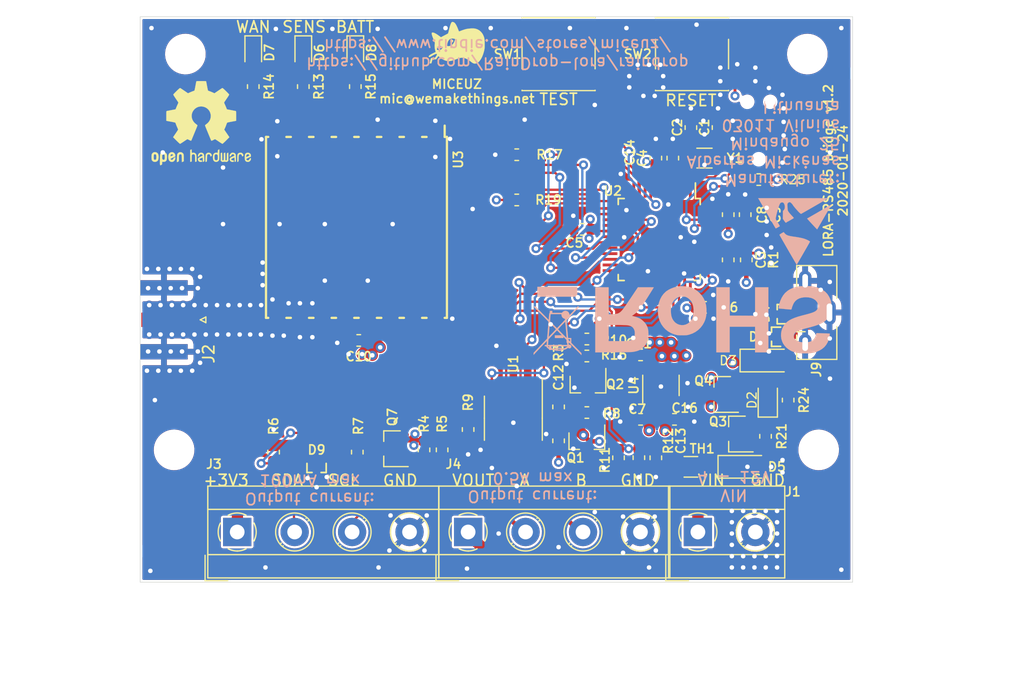
<source format=kicad_pcb>
(kicad_pcb (version 20200119) (host pcbnew "5.99.0-unknown-64d217e~86~ubuntu18.04.1")
  (title_block (title "Lora - RS485 bridge") (date "2019-11-05") (rev "1.1") (company "Albertas Mickenas"))
  (layers (0 "F.Cu" signal) (1 "In1.Cu" signal) (2 "In2.Cu" signal) (31 "B.Cu" signal) (34 "B.Paste" user) (35 "F.Paste" user hide) (36 "B.SilkS" user hide) (37 "F.SilkS" user) (38 "B.Mask" user) (39 "F.Mask" user hide) (44 "Edge.Cuts" user))
  (net 0 "")
  (net 1 "GND")
  (net 2 "Net-(Q7-Pad1)")
  (net 3 "+3V3")
  (net 4 "/VOUT")
  (net 5 "Net-(U2-Pad48)")
  (net 6 "Net-(U2-Pad47)")
  (net 7 "/SWD_IO")
  (net 8 "/SWD_CLK")
  (net 9 "Net-(C9-Pad1)")
  (net 10 "Net-(U2-Pad41)")
  (net 11 "/~MCU_RST")
  (net 12 "Net-(U2-Pad39)")
  (net 13 "/RX")
  (net 14 "/TX")
  (net 15 "/D+")
  (net 16 "/D-")
  (net 17 "/I2C_SCL")
  (net 18 "/I2C_SDA")
  (net 19 "Net-(U2-Pad30)")
  (net 20 "Net-(U2-Pad29)")
  (net 21 "Net-(U2-Pad28)")
  (net 22 "Net-(U2-Pad27)")
  (net 23 "Net-(U2-Pad26)")
  (net 24 "Net-(U2-Pad25)")
  (net 25 "Net-(U2-Pad22)")
  (net 26 "/RFM_MISO")
  (net 27 "/RFM_SCK")
  (net 28 "/RFM_MOSI")
  (net 29 "/RFM_IRQ")
  (net 30 "/RFM_RST")
  (net 31 "/RFM_NSS")
  (net 32 "/MCU_AREF")
  (net 33 "Net-(C2-Pad1)")
  (net 34 "Net-(C1-Pad1)")
  (net 35 "Net-(U3-Pad12)")
  (net 36 "Net-(U3-Pad11)")
  (net 37 "Net-(U3-Pad7)")
  (net 38 "+BATT")
  (net 39 "VBUS")
  (net 40 "/VIN")
  (net 41 "/A")
  (net 42 "/B")
  (net 43 "Net-(J9-Pad4)")
  (net 44 "/~RS485_RE")
  (net 45 "/~I2C_ENABLE")
  (net 46 "/RS485_DE")
  (net 47 "Net-(SW1-Pad2)")
  (net 48 "Net-(U4-Pad4)")
  (net 49 "/ANTENNA")
  (net 50 "/DIO01")
  (net 51 "/DIO02")
  (net 52 "/BATT_MON")
  (net 53 "/VOUT_1")
  (net 54 "Net-(Q1-Pad1)")
  (net 55 "Net-(J5-Pad4)")
  (net 56 "Net-(J5-Pad5)")
  (net 57 "Net-(D6-Pad2)")
  (net 58 "Net-(D7-Pad2)")
  (net 59 "Net-(D8-Pad2)")
  (net 60 "/LED1")
  (net 61 "/LED2")
  (net 62 "/LED3")
  (net 63 "Net-(Q2-Pad1)")
  (net 64 "Net-(J5-Pad1)")
  (net 65 "/RS485_ENABLE")
  (net 66 "Net-(D5-Pad1)")
  (net 67 "Net-(D2-Pad1)")
  (module "Connectors_USB:USB_Micro-B_Vertical_Molex-105133-0001" (layer "F.Cu") (at 144.88 119.15 90)
    (fp_text reference "J9" (at -5.05 -0.08 90) (layer "F.SilkS") (effects (font (size 0.8 0.8))))
    (fp_text value "USB micro")
    (pad "3" smd rect (at 0 -0.825 90) (size 0.45 1.5) (layers "F.Cu" "F.Paste" "F.Mask") (net 15 "/D+"))
    (pad "4" smd rect (at 0.65 -0.825 90) (size 0.45 1.5) (layers "F.Cu" "F.Paste" "F.Mask") (net 43 "Net-(J9-Pad4)"))
    (pad "2" smd rect (at -0.65 -0.825 90) (size 0.45 1.5) (layers "F.Cu" "F.Paste" "F.Mask") (net 16 "/D-"))
    (pad "5" smd rect (at 1.3 -0.825 90) (size 0.45 1.5) (layers "F.Cu" "F.Paste" "F.Mask") (net 1 "GND"))
    (pad "1" smd rect (at -1.3 -0.825 90) (size 0.45 1.5) (layers "F.Cu" "F.Paste" "F.Mask") (net 39 "VBUS"))
    (pad "6" thru_hole oval (at -2.8 -1.075 90) (size 1.8 1.1) (drill oval 1.2 0.5) (layers *.Cu *.Mask "F.Paste") (net 1 "GND"))
    (pad "6" thru_hole oval (at 2.8 -1.075 90) (size 1.8 1.1) (drill oval 1.2 0.5) (layers *.Cu *.Mask "F.Paste") (net 1 "GND"))
    (pad "6" thru_hole oval (at 0 1.075 90) (size 2.2 1.1) (drill oval 1.6 0.5) (layers *.Cu *.Mask "F.Paste") (net 1 "GND"))
  )
  (module "Fiducials:Fiducial_1mm_Dia_2mm_Outer" (layer "F.Cu") (at 86.25 140.25)
    (fp_text reference "FID2" hide)
    (fp_text value "Fiducial")
    (pad "~" smd circle (at 0 0) (size 1 1) (layers "F.Cu" "F.Mask") (clearance 0.5))
  )
  (module "Fiducials:Fiducial_1mm_Dia_2mm_Outer" (layer "F.Cu") (at 146.75 98)
    (fp_text reference "FID1" hide)
    (fp_text value "Fiducial")
    (pad "~" smd circle (at 0 0) (size 1 1) (layers "F.Cu" "F.Mask") (clearance 0.5))
  )
  (module "miceuz-lib:SMA_6.35_EdgeMount" (layer "F.Cu") (at 87.1 119.8 180)
    (fp_text reference "J2" (at -3.96 -3 270) (layer "F.SilkS"))
    (fp_text value "ANT")
    (pad "2" smd rect (at 0 2.825 270) (size 1.35 4.2) (layers "B.Cu" "B.Mask") (net 1 "GND"))
    (pad "2" smd rect (at 0 -2.825 270) (size 1.35 4.2) (layers "B.Cu" "B.Mask") (net 1 "GND"))
    (pad "2" smd rect (at 0 2.825 270) (size 1.35 4.2) (layers "F.Cu" "F.Mask") (net 1 "GND"))
    (pad "2" smd rect (at 0 -2.825 270) (size 1.35 4.2) (layers "F.Cu" "F.Mask") (net 1 "GND"))
    (pad "1" smd rect (at 0.15 0 270) (size 1.27 3.7) (layers "F.Cu" "F.Mask") (net 49 "/ANTENNA"))
  )
  (module "Diode_SMD:D_SOD-323" (layer "F.Cu") (at 140.5 126.9 90)
    (fp_text reference "D2" (at 0 -1.4 90) (layer "F.SilkS") (effects (font (size 0.8 0.8) (thickness 0.12))))
    (fp_text value "7.6V")
    (pad "2" smd rect (at 1.05 0 90) (size 0.6 0.45) (layers "F.Cu" "F.Paste" "F.Mask") (net 39 "VBUS"))
    (pad "1" smd rect (at -1.05 0 90) (size 0.6 0.45) (layers "F.Cu" "F.Paste" "F.Mask") (net 67 "Net-(D2-Pad1)"))
  )
  (module "Diode_SMD:D_SOD-123" (layer "F.Cu") (at 140.3 123.4)
    (fp_text reference "D3" (at -3.3 0) (layer "F.SilkS") (effects (font (size 0.8 0.8) (thickness 0.12))))
    (fp_text value "1N4148")
    (pad "2" smd rect (at 1.65 0) (size 0.9 1.2) (layers "F.Cu" "F.Paste" "F.Mask") (net 39 "VBUS"))
    (pad "1" smd rect (at -1.65 0) (size 0.9 1.2) (layers "F.Cu" "F.Paste" "F.Mask") (net 38 "+BATT"))
  )
  (module "Resistor_SMD:R_0603_1608Metric" (layer "F.Cu") (at 118.3 109.2)
    (fp_text reference "R19" (at 2.8 0) (layer "F.SilkS") (effects (font (size 0.8 0.8))))
    (fp_text value "1M")
    (pad "2" smd roundrect (at 0.7875 0) (size 0.875 0.95) (layers "F.Cu" "F.Paste" "F.Mask") (net 31 "/RFM_NSS"))
    (pad "1" smd roundrect (at -0.7875 0) (size 0.875 0.95) (layers "F.Cu" "F.Paste" "F.Mask") (net 3 "+3V3"))
  )
  (module "Resistor_SMD:R_0603_1608Metric" (layer "F.Cu") (at 139.7 107.4 180)
    (fp_text reference "R25" (at -3 0) (layer "F.SilkS") (effects (font (size 0.8 0.8) (thickness 0.12))))
    (fp_text value "1k")
    (pad "2" smd roundrect (at 0.7875 0 180) (size 0.875 0.95) (layers "F.Cu" "F.Paste" "F.Mask") (net 8 "/SWD_CLK"))
    (pad "1" smd roundrect (at -0.7875 0 180) (size 0.875 0.95) (layers "F.Cu" "F.Paste" "F.Mask") (net 3 "+3V3"))
  )
  (module "Symbols:ESD-Logo_6.6x6mm_SilkScreen" (layer "B.Cu") (at 142.9 112)
    (fp_text reference "REF***" hide)
    (fp_text value "ESD-Logo_6.6x6mm_SilkScreen" hide)
  )
  (module "Symbols:RoHS-Logo_6mm_SilkScreen" (layer "B.Cu") (at 135.7 119.8)
    (fp_text reference "REF***" hide)
    (fp_text value "RoHS-Logo_6mm_SilkScreen" hide)
  )
  (module "Symbols:WEEE-Logo_4.2x6mm_SilkScreen" (layer "B.Cu") (at 121.9 119.9)
    (fp_text reference "REF***" hide)
    (fp_text value "WEEE-Logo_4.2x6mm_SilkScreen" hide)
  )
  (module "Fuse:Fuse_1206_3216Metric" (layer "F.Cu") (at 133.7 132.8)
    (fp_text reference "TH1" (at 1 -1.6) (layer "F.SilkS") (effects (font (size 0.8 0.8))))
    (fp_text value "Thermistor_PTC")
    (pad "2" smd roundrect (at 1.4 0) (size 1.25 1.75) (layers "F.Cu" "F.Paste" "F.Mask") (roundrect_rratio 0.2) (net 66 "Net-(D5-Pad1)"))
    (pad "1" smd roundrect (at -1.4 0) (size 1.25 1.75) (layers "F.Cu" "F.Paste" "F.Mask") (roundrect_rratio 0.2) (net 40 "/VIN"))
  )
  (module "Resistor_SMD:R_0603_1608Metric" (layer "F.Cu") (at 142.3 126.9 90)
    (fp_text reference "R24" (at 0 1.4 90) (layer "F.SilkS") (effects (font (size 0.8 0.8))))
    (fp_text value "1M")
    (pad "2" smd roundrect (at 0.7875 0 90) (size 0.875 0.95) (layers "F.Cu" "F.Paste" "F.Mask") (net 1 "GND"))
    (pad "1" smd roundrect (at -0.7875 0 90) (size 0.875 0.95) (layers "F.Cu" "F.Paste" "F.Mask") (net 39 "VBUS"))
  )
  (module "Resistor_SMD:R_0603_1608Metric" (layer "F.Cu") (at 140.3 130.1 -90)
    (fp_text reference "R21" (at 0 -1.43 90) (layer "F.SilkS") (effects (font (size 0.8 0.8))))
    (fp_text value "1M")
    (pad "2" smd roundrect (at 0.7875 0 270) (size 0.875 0.95) (layers "F.Cu" "F.Paste" "F.Mask") (net 39 "VBUS"))
    (pad "1" smd roundrect (at -0.7875 0 270) (size 0.875 0.95) (layers "F.Cu" "F.Paste" "F.Mask") (net 67 "Net-(D2-Pad1)"))
  )
  (module "Package_TO_SOT_SMD:SOT-23" (layer "F.Cu") (at 136.5 126.4 180)
    (fp_text reference "Q4" (at 1.7 1.2) (layer "F.SilkS") (effects (font (size 0.8 0.8))))
    (fp_text value "Q_PMOS_GSD")
    (pad "3" smd rect (at 1 0 180) (size 0.9 0.8) (layers "F.Cu" "F.Paste" "F.Mask") (net 38 "+BATT"))
    (pad "2" smd rect (at -1 0.95 180) (size 0.9 0.8) (layers "F.Cu" "F.Paste" "F.Mask") (net 67 "Net-(D2-Pad1)"))
    (pad "1" smd rect (at -1 -0.95 180) (size 0.9 0.8) (layers "F.Cu" "F.Paste" "F.Mask") (net 39 "VBUS"))
  )
  (module "Package_TO_SOT_SMD:SOT-23" (layer "F.Cu") (at 137.8 129.9 180)
    (fp_text reference "Q3" (at 1.7 1.1) (layer "F.SilkS") (effects (font (size 0.8 0.8))))
    (fp_text value "Q_PMOS_GSD")
    (pad "3" smd rect (at 1 0 180) (size 0.9 0.8) (layers "F.Cu" "F.Paste" "F.Mask") (net 66 "Net-(D5-Pad1)"))
    (pad "2" smd rect (at -1 0.95 180) (size 0.9 0.8) (layers "F.Cu" "F.Paste" "F.Mask") (net 67 "Net-(D2-Pad1)"))
    (pad "1" smd rect (at -1 -0.95 180) (size 0.9 0.8) (layers "F.Cu" "F.Paste" "F.Mask") (net 39 "VBUS"))
  )
  (module "Diode_SMD:D_SOD-123F" (layer "F.Cu") (at 138.3 132.8)
    (fp_text reference "D5" (at 3 0) (layer "F.SilkS") (effects (font (size 0.8 0.8))))
    (fp_text value "D_TVS")
    (pad "2" smd rect (at 1.4 0) (size 1.1 1.1) (layers "F.Cu" "F.Paste" "F.Mask") (net 1 "GND"))
    (pad "1" smd rect (at -1.4 0) (size 1.1 1.1) (layers "F.Cu" "F.Paste" "F.Mask") (net 66 "Net-(D5-Pad1)"))
  )
  (module "miceuz-lib:SC89" (layer "F.Cu") (at 141.731584 119.3 90)
    (fp_text reference "D4" (at 0 -1.5 90) (layer "F.SilkS") (effects (font (size 0.8 0.8))))
    (fp_text value "D_TVS_x2_AAC" hide)
    (pad "2" smd rect (at 0.5 0.57 90) (size 0.5 0.66) (layers "F.Cu" "F.Paste" "F.Mask") (net 15 "/D+"))
    (pad "1" smd rect (at -0.5 0.57 90) (size 0.5 0.66) (layers "F.Cu" "F.Paste" "F.Mask") (net 16 "/D-"))
    (pad "3" smd rect (at 0 -0.57 90) (size 0.5 0.66) (layers "F.Cu" "F.Paste" "F.Mask") (net 1 "GND"))
  )
  (module "Resistor_SMD:R_0603_1608Metric" (layer "F.Cu") (at 124.5 121.5)
    (fp_text reference "R10" (at 2.4 0.1) (layer "F.SilkS") (effects (font (size 0.8 0.8))))
    (fp_text value "150")
    (pad "2" smd roundrect (at 0.7875 0) (size 0.875 0.95) (layers "F.Cu" "F.Paste" "F.Mask") (net 65 "/RS485_ENABLE"))
    (pad "1" smd roundrect (at -0.7875 0) (size 0.875 0.95) (layers "F.Cu" "F.Paste" "F.Mask") (net 63 "Net-(Q2-Pad1)"))
  )
  (module "Resistor_SMD:R_0603_1608Metric" (layer "F.Cu") (at 118.3 105.2 180)
    (fp_text reference "R17" (at -2.9 0) (layer "F.SilkS") (effects (font (size 0.8 0.8))))
    (fp_text value "1M")
    (pad "2" smd roundrect (at 0.7875 0 180) (size 0.875 0.95) (layers "F.Cu" "F.Paste" "F.Mask") (net 1 "GND"))
    (pad "1" smd roundrect (at -0.7875 0 180) (size 0.875 0.95) (layers "F.Cu" "F.Paste" "F.Mask") (net 26 "/RFM_MISO"))
  )
  (module "miceuz-lib:RFM95" (layer "F.Cu") (at 111.127284 103.627284 -90)
    (fp_text reference "U3" (at 2 -2 90) (layer "F.SilkS") (effects (font (size 0.8 0.8))))
    (fp_text value "RFM95W-868S2")
    (pad "16" smd oval (at 16 0 270) (size 2 1) (layers "F.Cu" "F.Paste" "F.Mask") (net 51 "/DIO02"))
    (pad "15" smd oval (at 16 2 270) (size 2 1) (layers "F.Cu" "F.Paste" "F.Mask") (net 50 "/DIO01"))
    (pad "14" smd oval (at 16 4 270) (size 2 1) (layers "F.Cu" "F.Paste" "F.Mask") (net 29 "/RFM_IRQ"))
    (pad "13" smd oval (at 16 6 270) (size 2 1) (layers "F.Cu" "F.Paste" "F.Mask") (net 3 "+3V3"))
    (pad "12" smd oval (at 16 8 270) (size 2 1) (layers "F.Cu" "F.Paste" "F.Mask") (net 35 "Net-(U3-Pad12)"))
    (pad "11" smd oval (at 16 10 270) (size 2 1) (layers "F.Cu" "F.Paste" "F.Mask") (net 36 "Net-(U3-Pad11)"))
    (pad "10" smd oval (at 16 12 270) (size 2 1) (layers "F.Cu" "F.Paste" "F.Mask") (net 1 "GND"))
    (pad "9" smd oval (at 16 14 270) (size 2 1) (layers "F.Cu" "F.Paste" "F.Mask") (net 49 "/ANTENNA"))
    (pad "8" smd oval (at 0 14 270) (size 2 1) (layers "F.Cu" "F.Paste" "F.Mask") (net 1 "GND"))
    (pad "7" smd oval (at 0 12 270) (size 2 1) (layers "F.Cu" "F.Paste" "F.Mask") (net 37 "Net-(U3-Pad7)"))
    (pad "6" smd oval (at 0 10 270) (size 2 1) (layers "F.Cu" "F.Paste" "F.Mask") (net 30 "/RFM_RST"))
    (pad "5" smd oval (at 0 8 270) (size 2 1) (layers "F.Cu" "F.Paste" "F.Mask") (net 31 "/RFM_NSS"))
    (pad "4" smd oval (at 0 6 270) (size 2 1) (layers "F.Cu" "F.Paste" "F.Mask") (net 27 "/RFM_SCK"))
    (pad "3" smd oval (at 0 4 270) (size 2 1) (layers "F.Cu" "F.Paste" "F.Mask") (net 28 "/RFM_MOSI"))
    (pad "2" smd oval (at 0 2 270) (size 2 1) (layers "F.Cu" "F.Paste" "F.Mask") (net 26 "/RFM_MISO"))
    (pad "1" smd oval (at 0 0 270) (size 2 1) (layers "F.Cu" "F.Paste" "F.Mask") (net 1 "GND"))
  )
  (module "miceuz-lib:SC89" (layer "F.Cu") (at 100.6 132.9 180)
    (fp_text reference "D9" (at 0 1.6) (layer "F.SilkS") (effects (font (size 0.8 0.8))))
    (fp_text value "D_TVS_x2_AAC" hide)
    (pad "2" smd rect (at 0.5 0.57 180) (size 0.5 0.66) (layers "F.Cu" "F.Paste" "F.Mask") (net 18 "/I2C_SDA"))
    (pad "1" smd rect (at -0.5 0.57 180) (size 0.5 0.66) (layers "F.Cu" "F.Paste" "F.Mask") (net 17 "/I2C_SCL"))
    (pad "3" smd rect (at 0 -0.57 180) (size 0.5 0.66) (layers "F.Cu" "F.Paste" "F.Mask") (net 1 "GND"))
  )
  (module "Package_TO_SOT_SMD:SOT-23" (layer "F.Cu") (at 124.6 125.5 -90)
    (fp_text reference "Q2" (at 0 -2.4 180) (layer "F.SilkS") (effects (font (size 0.8 0.8))))
    (fp_text value "Q_NMOS_GSD")
    (pad "3" smd rect (at 1 0 270) (size 0.9 0.8) (layers "F.Cu" "F.Paste" "F.Mask") (net 54 "Net-(Q1-Pad1)"))
    (pad "2" smd rect (at -1 0.95 270) (size 0.9 0.8) (layers "F.Cu" "F.Paste" "F.Mask") (net 1 "GND"))
    (pad "1" smd rect (at -1 -0.95 270) (size 0.9 0.8) (layers "F.Cu" "F.Paste" "F.Mask") (net 63 "Net-(Q2-Pad1)"))
  )
  (module "TO_SOT_Packages_SMD:SOT-23-5" (layer "F.Cu") (at 131.05 125.6 90)
    (fp_text reference "U4" (at 0 -2.4 90) (layer "F.SilkS") (effects (font (size 0.8 0.8))))
    (fp_text value "NCP718")
    (pad "1" smd rect (at -1.1 -0.95 90) (size 1.06 0.65) (layers "F.Cu" "F.Paste" "F.Mask") (net 38 "+BATT"))
    (pad "2" smd rect (at -1.1 0 90) (size 1.06 0.65) (layers "F.Cu" "F.Paste" "F.Mask") (net 1 "GND"))
    (pad "3" smd rect (at -1.1 0.95 90) (size 1.06 0.65) (layers "F.Cu" "F.Paste" "F.Mask") (net 38 "+BATT"))
    (pad "4" smd rect (at 1.1 0.95 90) (size 1.06 0.65) (layers "F.Cu" "F.Paste" "F.Mask") (net 48 "Net-(U4-Pad4)"))
    (pad "5" smd rect (at 1.1 -0.95 90) (size 1.06 0.65) (layers "F.Cu" "F.Paste" "F.Mask") (net 3 "+3V3"))
  )
  (module "Resistor_SMD:R_0603_1608Metric" (layer "F.Cu") (at 124.5 123 180)
    (fp_text reference "R16" (at -2.4 0.1) (layer "F.SilkS") (effects (font (size 0.8 0.8))))
    (fp_text value "1M")
    (pad "2" smd roundrect (at 0.7875 0 180) (size 0.875 0.95) (layers "F.Cu" "F.Paste" "F.Mask") (net 1 "GND"))
    (pad "1" smd roundrect (at -0.7875 0 180) (size 0.875 0.95) (layers "F.Cu" "F.Paste" "F.Mask") (net 65 "/RS485_ENABLE"))
  )
  (module "TerminalBlock_MetzConnect:TerminalBlock_MetzConnect_Type101_RT01602HBWC_Pitch5.08mm" (layer "F.Cu") (at 134.32 138.562495)
    (fp_text reference "J1" (at 8.4 -3.562495) (layer "F.SilkS") (effects (font (size 0.8 0.8))))
    (fp_text value "battery")
    (pad "1" thru_hole rect (at 0 0) (size 2.5 2.5) (drill 1.3) (layers *.Cu *.Mask) (net 40 "/VIN"))
    (pad "2" thru_hole circle (at 5.08 0) (size 2.5 2.5) (drill 1.3) (layers *.Cu *.Mask) (net 1 "GND"))
  )
  (module "TerminalBlock_MetzConnect:TerminalBlock_MetzConnect_Type101_RT01604HBWC_Pitch5.08mm" (layer "F.Cu") (at 114 138.562495)
    (fp_text reference "J4" (at -1.3 -6) (layer "F.SilkS") (effects (font (size 0.8 0.8))))
    (fp_text value "rs485")
    (pad "1" thru_hole rect (at 0 0) (size 2.5 2.5) (drill 1.3) (layers *.Cu *.Mask) (net 4 "/VOUT"))
    (pad "2" thru_hole circle (at 5.08 0) (size 2.5 2.5) (drill 1.3) (layers *.Cu *.Mask) (net 41 "/A"))
    (pad "3" thru_hole circle (at 10.16 0) (size 2.5 2.5) (drill 1.3) (layers *.Cu *.Mask) (net 42 "/B"))
    (pad "4" thru_hole circle (at 15.24 0) (size 2.5 2.5) (drill 1.3) (layers *.Cu *.Mask) (net 1 "GND"))
  )
  (module "TerminalBlock_MetzConnect:TerminalBlock_MetzConnect_Type101_RT01604HBWC_Pitch5.08mm" (layer "F.Cu") (at 93.58 138.562495)
    (fp_text reference "J3" (at -2.06 -6) (layer "F.SilkS") (effects (font (size 0.8 0.8))))
    (fp_text value "i2c")
    (pad "1" thru_hole rect (at 0 0) (size 2.5 2.5) (drill 1.3) (layers *.Cu *.Mask) (net 53 "/VOUT_1"))
    (pad "2" thru_hole circle (at 5.08 0) (size 2.5 2.5) (drill 1.3) (layers *.Cu *.Mask) (net 18 "/I2C_SDA"))
    (pad "3" thru_hole circle (at 10.16 0) (size 2.5 2.5) (drill 1.3) (layers *.Cu *.Mask) (net 17 "/I2C_SCL"))
    (pad "4" thru_hole circle (at 15.24 0) (size 2.5 2.5) (drill 1.3) (layers *.Cu *.Mask) (net 1 "GND"))
  )
  (module "Symbols:OSHW-Logo2_9.8x8mm_SilkScreen" (layer "F.Cu") (at 90.4 102.4)
    (fp_text reference "REF***" hide)
    (fp_text value "OSHW-Logo2_9.8x8mm_SilkScreen" hide)
  )
  (module "miceuz-lib:catnip" (layer "F.Cu") (at 113 95.3)
    (fp_text reference "G***" hide)
    (fp_text value "LOGO" hide)
  )
  (module "Resistor_SMD:R_0603_1608Metric" (layer "F.Cu") (at 104.025 99.175 90)
    (fp_text reference "R15" (at 0 1.375 90) (layer "F.SilkS") (effects (font (size 0.8 0.8))))
    (fp_text value "1k")
    (pad "2" smd roundrect (at 0.7875 0 90) (size 0.875 0.95) (layers "F.Cu" "F.Paste" "F.Mask") (net 59 "Net-(D8-Pad2)"))
    (pad "1" smd roundrect (at -0.7875 0 90) (size 0.875 0.95) (layers "F.Cu" "F.Paste" "F.Mask") (net 62 "/LED3"))
  )
  (module "Resistor_SMD:R_0603_1608Metric" (layer "F.Cu") (at 95 99.175 90)
    (fp_text reference "R14" (at 0 1.4 90) (layer "F.SilkS") (effects (font (size 0.8 0.8))))
    (fp_text value "1k")
    (pad "2" smd roundrect (at 0.7875 0 90) (size 0.875 0.95) (layers "F.Cu" "F.Paste" "F.Mask") (net 58 "Net-(D7-Pad2)"))
    (pad "1" smd roundrect (at -0.7875 0 90) (size 0.875 0.95) (layers "F.Cu" "F.Paste" "F.Mask") (net 61 "/LED2"))
  )
  (module "Resistor_SMD:R_0603_1608Metric" (layer "F.Cu") (at 99.425 99.175 90)
    (fp_text reference "R13" (at 0 1.375 90) (layer "F.SilkS") (effects (font (size 0.8 0.8))))
    (fp_text value "1k")
    (pad "2" smd roundrect (at 0.7875 0 90) (size 0.875 0.95) (layers "F.Cu" "F.Paste" "F.Mask") (net 57 "Net-(D6-Pad2)"))
    (pad "1" smd roundrect (at -0.7875 0 90) (size 0.875 0.95) (layers "F.Cu" "F.Paste" "F.Mask") (net 60 "/LED1"))
  )
  (module "LED_SMD:LED_0603_1608Metric" (layer "F.Cu") (at 104.025 96.175 -90)
    (fp_text reference "D8" (at 0 -1.43 90) (layer "F.SilkS") (effects (font (size 0.8 0.8))))
    (fp_text value "LED")
    (pad "2" smd roundrect (at 0.7875 0 270) (size 0.875 0.95) (layers "F.Cu" "F.Paste" "F.Mask") (net 59 "Net-(D8-Pad2)"))
    (pad "1" smd roundrect (at -0.7875 0 270) (size 0.875 0.95) (layers "F.Cu" "F.Paste" "F.Mask") (net 1 "GND"))
  )
  (module "LED_SMD:LED_0603_1608Metric" (layer "F.Cu") (at 95 96.175 -90)
    (fp_text reference "D7" (at 0 -1.43 90) (layer "F.SilkS") (effects (font (size 0.8 0.8))))
    (fp_text value "LED")
    (pad "2" smd roundrect (at 0.7875 0 270) (size 0.875 0.95) (layers "F.Cu" "F.Paste" "F.Mask") (net 58 "Net-(D7-Pad2)"))
    (pad "1" smd roundrect (at -0.7875 0 270) (size 0.875 0.95) (layers "F.Cu" "F.Paste" "F.Mask") (net 1 "GND"))
  )
  (module "LED_SMD:LED_0603_1608Metric" (layer "F.Cu") (at 99.425001 96.175 -90)
    (fp_text reference "D6" (at 0 -1.43 90) (layer "F.SilkS") (effects (font (size 0.8 0.8))))
    (fp_text value "LED")
    (pad "2" smd roundrect (at 0.7875 0 270) (size 0.875 0.95) (layers "F.Cu" "F.Paste" "F.Mask") (net 57 "Net-(D6-Pad2)"))
    (pad "1" smd roundrect (at -0.7875 0 270) (size 0.875 0.95) (layers "F.Cu" "F.Paste" "F.Mask") (net 1 "GND"))
  )
  (module "Capacitor_SMD:C_0603_1608Metric" (layer "F.Cu") (at 130.6 105.5 90)
    (fp_text reference "C14" (at 0.5 -2.3 90) (layer "F.SilkS") (effects (font (size 0.8 0.8))))
    (fp_text value "1u")
    (pad "2" smd roundrect (at 0.7875 0 90) (size 0.875 0.95) (layers "F.Cu" "F.Paste" "F.Mask") (net 1 "GND"))
    (pad "1" smd roundrect (at -0.7875 0 90) (size 0.875 0.95) (layers "F.Cu" "F.Paste" "F.Mask") (net 3 "+3V3"))
  )
  (module "Mounting_Holes:MountingHole_3.2mm_M3_DIN965" (layer "F.Cu") (at 88 131.3)
    (fp_text reference "H4" hide)
    (fp_text value "MountingHole")
    (pad "1" np_thru_hole circle (at 0 0) (size 3.2 3.2) (drill 3.2) (layers *.Cu *.Mask))
  )
  (module "Mounting_Holes:MountingHole_3.2mm_M3_DIN965" (layer "F.Cu") (at 89 96.3)
    (fp_text reference "H3" hide)
    (fp_text value "MountingHole")
    (pad "1" np_thru_hole circle (at 0 0) (size 3.2 3.2) (drill 3.2) (layers *.Cu *.Mask))
  )
  (module "Mounting_Holes:MountingHole_3.2mm_M3_DIN965" (layer "F.Cu") (at 145 131.3)
    (fp_text reference "H2" hide)
    (fp_text value "MountingHole")
    (pad "1" np_thru_hole circle (at 0 0) (size 3.2 3.2) (drill 3.2) (layers *.Cu *.Mask))
  )
  (module "Mounting_Holes:MountingHole_3.2mm_M3_DIN965" (layer "F.Cu") (at 144 96.3)
    (fp_text reference "H1" hide)
    (fp_text value "MountingHole")
    (pad "1" np_thru_hole circle (at 0 0) (size 3.2 3.2) (drill 3.2) (layers *.Cu *.Mask))
  )
  (module "miceuz-lib:TC2030-MCP-NL" (layer "F.Cu") (at 139.7 105.6 90)
    (fp_text reference "J5" hide)
    (fp_text value "SWD" hide)
    (pad "2" smd circle (at 1.27 -0.635 90) (size 0.7874 0.7874) (layers "F.Cu" "F.Mask") (net 7 "/SWD_IO"))
    (pad "4" smd circle (at 2.54 -0.635 90) (size 0.7874 0.7874) (layers "F.Cu" "F.Mask") (net 55 "Net-(J5-Pad4)"))
    (pad "6" smd circle (at 3.81 -0.635 90) (size 0.7874 0.7874) (layers "F.Cu" "F.Mask") (net 1 "GND"))
    (pad "5" smd circle (at 3.81 0.635 90) (size 0.7874 0.7874) (layers "F.Cu" "F.Mask") (net 56 "Net-(J5-Pad5)"))
    (pad "3" smd circle (at 2.54 0.635 90) (size 0.7874 0.7874) (layers "F.Cu" "F.Mask") (net 8 "/SWD_CLK"))
    (pad "1" smd circle (at 1.27 0.635 90) (size 0.7874 0.7874) (layers "F.Cu" "F.Mask") (net 64 "Net-(J5-Pad1)"))
    (pad "" np_thru_hole circle (at 0 0 90) (size 0.889 0.889) (drill 0.889) (layers *.Cu))
    (pad "" np_thru_hole circle (at 5.08 1.016 90) (size 0.889 0.889) (drill 0.889) (layers *.Cu))
    (pad "" np_thru_hole circle (at 5.08 -1.016 90) (size 0.889 0.889) (drill 0.889) (layers *.Cu))
  )
  (module "Resistor_SMD:R_0603_1608Metric" (layer "F.Cu") (at 129.1 131.99 90)
    (fp_text reference "R12" (at 1.49 2.6 90) (layer "F.SilkS") (effects (font (size 0.8 0.8))))
    (fp_text value "10k")
    (pad "2" smd roundrect (at 0.7875 0 90) (size 0.875 0.95) (layers "F.Cu" "F.Paste" "F.Mask") (net 52 "/BATT_MON"))
    (pad "1" smd roundrect (at -0.7875 0 90) (size 0.875 0.95) (layers "F.Cu" "F.Paste" "F.Mask") (net 1 "GND"))
  )
  (module "Resistor_SMD:R_0603_1608Metric" (layer "F.Cu") (at 127.3 132 90)
    (fp_text reference "R11" (at -0.2 -1.2 90) (layer "F.SilkS") (effects (font (size 0.8 0.8))))
    (fp_text value "20k")
    (pad "2" smd roundrect (at 0.7875 0 90) (size 0.875 0.95) (layers "F.Cu" "F.Paste" "F.Mask") (net 52 "/BATT_MON"))
    (pad "1" smd roundrect (at -0.7875 0 90) (size 0.875 0.95) (layers "F.Cu" "F.Paste" "F.Mask") (net 4 "/VOUT"))
  )
  (module "Capacitor_SMD:C_0603_1608Metric" (layer "F.Cu") (at 130.6 132 -90)
    (fp_text reference "C13" (at -1.5 -2.2 90) (layer "F.SilkS") (effects (font (size 0.8 0.8))))
    (fp_text value "1u")
    (pad "2" smd roundrect (at 0.7875 0 270) (size 0.875 0.95) (layers "F.Cu" "F.Paste" "F.Mask") (net 1 "GND"))
    (pad "1" smd roundrect (at -0.7875 0 270) (size 0.875 0.95) (layers "F.Cu" "F.Paste" "F.Mask") (net 52 "/BATT_MON"))
  )
  (module "Resistor_SMD:R_0603_1608Metric" (layer "F.Cu") (at 124.5 128 180)
    (fp_text reference "R8" (at -2.2 -0.1) (layer "F.SilkS") (effects (font (size 0.8 0.8))))
    (fp_text value "1M")
    (pad "2" smd roundrect (at 0.7875 0 180) (size 0.875 0.95) (layers "F.Cu" "F.Paste" "F.Mask") (net 38 "+BATT"))
    (pad "1" smd roundrect (at -0.7875 0 180) (size 0.875 0.95) (layers "F.Cu" "F.Paste" "F.Mask") (net 54 "Net-(Q1-Pad1)"))
  )
  (module "Package_TO_SOT_SMD:SOT-23" (layer "F.Cu") (at 124.5 130.5 -90)
    (fp_text reference "Q1" (at 1.5 1 180) (layer "F.SilkS") (effects (font (size 0.8 0.8))))
    (fp_text value "Q_PMOS_GSD")
    (pad "3" smd rect (at 1 0 270) (size 0.9 0.8) (layers "F.Cu" "F.Paste" "F.Mask") (net 4 "/VOUT"))
    (pad "2" smd rect (at -1 0.95 270) (size 0.9 0.8) (layers "F.Cu" "F.Paste" "F.Mask") (net 38 "+BATT"))
    (pad "1" smd rect (at -1 -0.95 270) (size 0.9 0.8) (layers "F.Cu" "F.Paste" "F.Mask") (net 54 "Net-(Q1-Pad1)"))
  )
  (module "Crystals:Crystal_SMD_3215-2pin_3.2x1.5mm" (layer "F.Cu") (at 134.900001 105.500001 180)
    (fp_text reference "Y1" (at -2.699999 0.000001) (layer "F.SilkS") (effects (font (size 0.8 0.8))))
    (fp_text value "32.768")
    (pad "1" smd rect (at 1.25 0 180) (size 1 1.8) (layers "F.Cu" "F.Paste" "F.Mask") (net 33 "Net-(C2-Pad1)"))
    (pad "2" smd rect (at -1.25 0 180) (size 1 1.8) (layers "F.Cu" "F.Paste" "F.Mask") (net 34 "Net-(C1-Pad1)"))
  )
  (module "Package_SO:SOIC-8_3.9x4.9mm_P1.27mm" (layer "F.Cu") (at 118 128.5 -90)
    (fp_text reference "U1" (at -4.8 0 90) (layer "F.SilkS") (effects (font (size 0.8 0.8))))
    (fp_text value "SN65HVD72")
    (pad "8" smd roundrect (at 2.475 -1.905 270) (size 1.95 0.6) (layers "F.Cu" "F.Paste" "F.Mask") (net 3 "+3V3"))
    (pad "7" smd roundrect (at 2.475 -0.635 270) (size 1.95 0.6) (layers "F.Cu" "F.Paste" "F.Mask") (net 42 "/B"))
    (pad "6" smd roundrect (at 2.475 0.635 270) (size 1.95 0.6) (layers "F.Cu" "F.Paste" "F.Mask") (net 41 "/A"))
    (pad "5" smd roundrect (at 2.475 1.905 270) (size 1.95 0.6) (layers "F.Cu" "F.Paste" "F.Mask") (net 1 "GND"))
    (pad "4" smd roundrect (at -2.475 1.905 270) (size 1.95 0.6) (layers "F.Cu" "F.Paste" "F.Mask") (net 14 "/TX"))
    (pad "3" smd roundrect (at -2.475 0.635 270) (size 1.95 0.6) (layers "F.Cu" "F.Paste" "F.Mask") (net 46 "/RS485_DE"))
    (pad "2" smd roundrect (at -2.475 -0.635 270) (size 1.95 0.6) (layers "F.Cu" "F.Paste" "F.Mask") (net 44 "/~RS485_RE"))
    (pad "1" smd roundrect (at -2.475 -1.905 270) (size 1.95 0.6) (layers "F.Cu" "F.Paste" "F.Mask") (net 13 "/RX"))
  )
  (module "Button_Switch_SMD:SW_Push_1P1T_NO_6x6mm_H9.5mm" (layer "F.Cu") (at 133.8 96.3)
    (fp_text reference "SW2" (at -4.8 0) (layer "F.SilkS") (effects (font (size 0.8 0.8))))
    (fp_text value "SW_Reset")
    (pad "2" smd rect (at 3.975 2.25) (size 1.55 1.3) (layers "F.Cu" "F.Paste" "F.Mask") (net 11 "/~MCU_RST"))
    (pad "1" smd rect (at 3.975 -2.25) (size 1.55 1.3) (layers "F.Cu" "F.Paste" "F.Mask") (net 1 "GND"))
    (pad "1" smd rect (at -3.975 -2.25) (size 1.55 1.3) (layers "F.Cu" "F.Paste" "F.Mask") (net 1 "GND"))
    (pad "2" smd rect (at -3.975 2.25) (size 1.55 1.3) (layers "F.Cu" "F.Paste" "F.Mask") (net 11 "/~MCU_RST"))
  )
  (module "Button_Switch_SMD:SW_Push_1P1T_NO_6x6mm_H9.5mm" (layer "F.Cu") (at 122 96.3)
    (fp_text reference "SW1" (at -4.5 0) (layer "F.SilkS") (effects (font (size 0.8 0.8))))
    (fp_text value "SW_Test")
    (pad "2" smd rect (at 3.975 2.25) (size 1.55 1.3) (layers "F.Cu" "F.Paste" "F.Mask") (net 47 "Net-(SW1-Pad2)"))
    (pad "1" smd rect (at 3.975 -2.25) (size 1.55 1.3) (layers "F.Cu" "F.Paste" "F.Mask") (net 1 "GND"))
    (pad "1" smd rect (at -3.975 -2.25) (size 1.55 1.3) (layers "F.Cu" "F.Paste" "F.Mask") (net 1 "GND"))
    (pad "2" smd rect (at -3.975 2.25) (size 1.55 1.3) (layers "F.Cu" "F.Paste" "F.Mask") (net 47 "Net-(SW1-Pad2)"))
  )
  (module "Resistor_SMD:R_0603_1608Metric" (layer "F.Cu") (at 114 129.5 -90)
    (fp_text reference "R9" (at -2.4 0 90) (layer "F.SilkS") (effects (font (size 0.8 0.8))))
    (fp_text value "1M")
    (pad "2" smd roundrect (at 0.7875 0 270) (size 0.875 0.95) (layers "F.Cu" "F.Paste" "F.Mask") (net 1 "GND"))
    (pad "1" smd roundrect (at -0.7875 0 270) (size 0.875 0.95) (layers "F.Cu" "F.Paste" "F.Mask") (net 46 "/RS485_DE"))
  )
  (module "Resistor_SMD:R_0603_1608Metric" (layer "F.Cu") (at 104.2 131.499999 -90)
    (fp_text reference "R7" (at -2.3 -0.1 90) (layer "F.SilkS") (effects (font (size 0.8 0.8))))
    (fp_text value "4.7k")
    (pad "2" smd roundrect (at 0.7875 0 270) (size 0.875 0.95) (layers "F.Cu" "F.Paste" "F.Mask") (net 17 "/I2C_SCL"))
    (pad "1" smd roundrect (at -0.7875 0 270) (size 0.875 0.95) (layers "F.Cu" "F.Paste" "F.Mask") (net 53 "/VOUT_1"))
  )
  (module "Resistor_SMD:R_0603_1608Metric" (layer "F.Cu") (at 96.8 131.5 -90)
    (fp_text reference "R6" (at -2.3 0 90) (layer "F.SilkS") (effects (font (size 0.8 0.8))))
    (fp_text value "4.7k")
    (pad "2" smd roundrect (at 0.7875 0 270) (size 0.875 0.95) (layers "F.Cu" "F.Paste" "F.Mask") (net 18 "/I2C_SDA"))
    (pad "1" smd roundrect (at -0.7875 0 270) (size 0.875 0.95) (layers "F.Cu" "F.Paste" "F.Mask") (net 53 "/VOUT_1"))
  )
  (module "Resistor_SMD:R_0603_1608Metric" (layer "F.Cu") (at 111.699999 131.3 90)
    (fp_text reference "R5" (at 2.300001 0.000001 90) (layer "F.SilkS") (effects (font (size 0.8 0.8))))
    (fp_text value "150")
    (pad "2" smd roundrect (at 0.7875 0 90) (size 0.875 0.95) (layers "F.Cu" "F.Paste" "F.Mask") (net 45 "/~I2C_ENABLE"))
    (pad "1" smd roundrect (at -0.7875 0 90) (size 0.875 0.95) (layers "F.Cu" "F.Paste" "F.Mask") (net 2 "Net-(Q7-Pad1)"))
  )
  (module "Resistor_SMD:R_0603_1608Metric" (layer "F.Cu") (at 110.1 131.299999 90)
    (fp_text reference "R4" (at 2.3 0 90) (layer "F.SilkS") (effects (font (size 0.8 0.8))))
    (fp_text value "1M")
    (pad "2" smd roundrect (at 0.7875 0 90) (size 0.875 0.95) (layers "F.Cu" "F.Paste" "F.Mask") (net 3 "+3V3"))
    (pad "1" smd roundrect (at -0.7875 0 90) (size 0.875 0.95) (layers "F.Cu" "F.Paste" "F.Mask") (net 45 "/~I2C_ENABLE"))
  )
  (module "Resistor_SMD:R_0603_1608Metric" (layer "F.Cu") (at 122 127.5 90)
    (fp_text reference "R3" (at 4.8 0 90) (layer "F.SilkS") (effects (font (size 0.8 0.8))))
    (fp_text value "1M")
    (pad "2" smd roundrect (at 0.7875 0 90) (size 0.875 0.95) (layers "F.Cu" "F.Paste" "F.Mask") (net 44 "/~RS485_RE"))
    (pad "1" smd roundrect (at -0.7875 0 90) (size 0.875 0.95) (layers "F.Cu" "F.Paste" "F.Mask") (net 3 "+3V3"))
  )
  (module "Resistor_SMD:R_0603_1608Metric" (layer "F.Cu") (at 138.6 114.5 90)
    (fp_text reference "R1" (at 0 2.4 90) (layer "F.SilkS") (effects (font (size 0.8 0.8))))
    (fp_text value "1k")
    (pad "2" smd roundrect (at 0.7875 0 90) (size 0.875 0.95) (layers "F.Cu" "F.Paste" "F.Mask") (net 11 "/~MCU_RST"))
    (pad "1" smd roundrect (at -0.7875 0 90) (size 0.875 0.95) (layers "F.Cu" "F.Paste" "F.Mask") (net 3 "+3V3"))
  )
  (module "Package_TO_SOT_SMD:SOT-23" (layer "F.Cu") (at 107.3 131.2 180)
    (fp_text reference "Q7" (at 0 2.800001 90) (layer "F.SilkS") (effects (font (size 0.8 0.8))))
    (fp_text value "Q_PMOS_GSD")
    (pad "3" smd rect (at 1 0 180) (size 0.9 0.8) (layers "F.Cu" "F.Paste" "F.Mask") (net 53 "/VOUT_1"))
    (pad "2" smd rect (at -1 0.95 180) (size 0.9 0.8) (layers "F.Cu" "F.Paste" "F.Mask") (net 3 "+3V3"))
    (pad "1" smd rect (at -1 -0.95 180) (size 0.9 0.8) (layers "F.Cu" "F.Paste" "F.Mask") (net 2 "Net-(Q7-Pad1)"))
  )
  (module "miceuz-lib:SC89" (layer "F.Cu") (at 141.231584 121.3 90)
    (fp_text reference "D1" (at 0 -1.631584 180) (layer "F.SilkS") (effects (font (size 0.8 0.8))))
    (fp_text value "D_TVS_x2_AAC" hide)
    (pad "2" smd rect (at 0.5 0.57 90) (size 0.5 0.66) (layers "F.Cu" "F.Paste" "F.Mask") (net 39 "VBUS"))
    (pad "1" smd rect (at -0.5 0.57 90) (size 0.5 0.66) (layers "F.Cu" "F.Paste" "F.Mask") (net 39 "VBUS"))
    (pad "3" smd rect (at 0 -0.57 90) (size 0.5 0.66) (layers "F.Cu" "F.Paste" "F.Mask") (net 1 "GND"))
  )
  (module "Capacitor_SMD:C_0603_1608Metric" (layer "F.Cu") (at 132.25 128.6)
    (fp_text reference "C16" (at 0.9 -1) (layer "F.SilkS") (effects (font (size 0.8 0.8))))
    (fp_text value "4.7u")
    (pad "2" smd roundrect (at 0.7875 0) (size 0.875 0.95) (layers "F.Cu" "F.Paste" "F.Mask") (net 1 "GND"))
    (pad "1" smd roundrect (at -0.7875 0) (size 0.875 0.95) (layers "F.Cu" "F.Paste" "F.Mask") (net 38 "+BATT"))
  )
  (module "Capacitor_SMD:C_0603_1608Metric" (layer "F.Cu") (at 122 130.5 90)
    (fp_text reference "C12" (at 5.6 0 90) (layer "F.SilkS") (effects (font (size 0.8 0.8))))
    (fp_text value "1u")
    (pad "2" smd roundrect (at 0.7875 0 90) (size 0.875 0.95) (layers "F.Cu" "F.Paste" "F.Mask") (net 1 "GND"))
    (pad "1" smd roundrect (at -0.7875 0 90) (size 0.875 0.95) (layers "F.Cu" "F.Paste" "F.Mask") (net 3 "+3V3"))
  )
  (module "Capacitor_SMD:C_0603_1608Metric" (layer "F.Cu") (at 129.25 122.9 180)
    (fp_text reference "C11" (at 0.15 1) (layer "F.SilkS") (effects (font (size 0.8 0.8))))
    (fp_text value "4.7u")
    (pad "2" smd roundrect (at 0.7875 0 180) (size 0.875 0.95) (layers "F.Cu" "F.Paste" "F.Mask") (net 1 "GND"))
    (pad "1" smd roundrect (at -0.7875 0 180) (size 0.875 0.95) (layers "F.Cu" "F.Paste" "F.Mask") (net 3 "+3V3"))
  )
  (module "Capacitor_SMD:C_0603_1608Metric" (layer "F.Cu") (at 104.327284 121.622284 180)
    (fp_text reference "C10" (at 0 -1.43) (layer "F.SilkS") (effects (font (size 0.8 0.8))))
    (fp_text value "4.7u")
    (pad "2" smd roundrect (at 0.7875 0 180) (size 0.875 0.95) (layers "F.Cu" "F.Paste" "F.Mask") (net 1 "GND"))
    (pad "1" smd roundrect (at -0.7875 0 180) (size 0.875 0.95) (layers "F.Cu" "F.Paste" "F.Mask") (net 3 "+3V3"))
  )
  (module "Capacitor_SMD:C_0603_1608Metric" (layer "F.Cu") (at 138.5 110.5 90)
    (fp_text reference "C9" (at 0 2.7 90) (layer "F.SilkS") (effects (font (size 0.8 0.8))))
    (fp_text value "1u")
    (pad "2" smd roundrect (at 0.7875 0 90) (size 0.875 0.95) (layers "F.Cu" "F.Paste" "F.Mask") (net 1 "GND"))
    (pad "1" smd roundrect (at -0.7875 0 90) (size 0.875 0.95) (layers "F.Cu" "F.Paste" "F.Mask") (net 9 "Net-(C9-Pad1)"))
  )
  (module "Capacitor_SMD:C_0603_1608Metric" (layer "F.Cu") (at 137 110.5 90)
    (fp_text reference "C8" (at 0 3 90) (layer "F.SilkS") (effects (font (size 0.8 0.8))))
    (fp_text value "1u")
    (pad "2" smd roundrect (at 0.7875 0 90) (size 0.875 0.95) (layers "F.Cu" "F.Paste" "F.Mask") (net 1 "GND"))
    (pad "1" smd roundrect (at -0.7875 0 90) (size 0.875 0.95) (layers "F.Cu" "F.Paste" "F.Mask") (net 3 "+3V3"))
  )
  (module "Capacitor_SMD:C_0603_1608Metric" (layer "F.Cu") (at 129.25 128.6 180)
    (fp_text reference "C7" (at 0.3 0.9) (layer "F.SilkS") (effects (font (size 0.8 0.8))))
    (fp_text value "4.7u")
    (pad "2" smd roundrect (at 0.7875 0 180) (size 0.875 0.95) (layers "F.Cu" "F.Paste" "F.Mask") (net 1 "GND"))
    (pad "1" smd roundrect (at -0.7875 0 180) (size 0.875 0.95) (layers "F.Cu" "F.Paste" "F.Mask") (net 38 "+BATT"))
  )
  (module "Capacitor_SMD:C_0603_1608Metric" (layer "F.Cu") (at 134.9 118.7)
    (fp_text reference "C6" (at 2.2 0) (layer "F.SilkS") (effects (font (size 0.8 0.8))))
    (fp_text value "1u")
    (pad "2" smd roundrect (at 0.7875 0) (size 0.875 0.95) (layers "F.Cu" "F.Paste" "F.Mask") (net 1 "GND"))
    (pad "1" smd roundrect (at -0.7875 0) (size 0.875 0.95) (layers "F.Cu" "F.Paste" "F.Mask") (net 3 "+3V3"))
  )
  (module "Capacitor_SMD:C_0603_1608Metric" (layer "F.Cu") (at 124.1 111.8 180)
    (fp_text reference "C5" (at 0.7 -1.2) (layer "F.SilkS") (effects (font (size 0.8 0.8))))
    (fp_text value "1u")
    (pad "2" smd roundrect (at 0.7875 0 180) (size 0.875 0.95) (layers "F.Cu" "F.Paste" "F.Mask") (net 1 "GND"))
    (pad "1" smd roundrect (at -0.7875 0 180) (size 0.875 0.95) (layers "F.Cu" "F.Paste" "F.Mask") (net 3 "+3V3"))
  )
  (module "Capacitor_SMD:C_0603_1608Metric" (layer "F.Cu") (at 132.1 105.5 90)
    (fp_text reference "C4" (at 0 -2.7 90) (layer "F.SilkS") (effects (font (size 0.8 0.8))))
    (fp_text value "1u")
    (pad "2" smd roundrect (at 0.7875 0 90) (size 0.875 0.95) (layers "F.Cu" "F.Paste" "F.Mask") (net 1 "GND"))
    (pad "1" smd roundrect (at -0.7875 0 90) (size 0.875 0.95) (layers "F.Cu" "F.Paste" "F.Mask") (net 32 "/MCU_AREF"))
  )
  (module "Capacitor_SMD:C_0603_1608Metric" (layer "F.Cu") (at 137 114.5 -90)
    (fp_text reference "C3" (at 0 -2.9 90) (layer "F.SilkS") (effects (font (size 0.8 0.8))))
    (fp_text value "1u")
    (pad "2" smd roundrect (at 0.7875 0 270) (size 0.875 0.95) (layers "F.Cu" "F.Paste" "F.Mask") (net 1 "GND"))
    (pad "1" smd roundrect (at -0.7875 0 270) (size 0.875 0.95) (layers "F.Cu" "F.Paste" "F.Mask") (net 11 "/~MCU_RST"))
  )
  (module "Capacitor_SMD:C_0603_1608Metric" (layer "F.Cu") (at 133.7 102.8 90)
    (fp_text reference "C2" (at 0 -1.2 90) (layer "F.SilkS") (effects (font (size 0.8 0.8))))
    (fp_text value "22p")
    (pad "2" smd roundrect (at 0.7875 0 90) (size 0.875 0.95) (layers "F.Cu" "F.Paste" "F.Mask") (net 1 "GND"))
    (pad "1" smd roundrect (at -0.7875 0 90) (size 0.875 0.95) (layers "F.Cu" "F.Paste" "F.Mask") (net 33 "Net-(C2-Pad1)"))
  )
  (module "Capacitor_SMD:C_0603_1608Metric" (layer "F.Cu") (at 136.1 102.8 90)
    (fp_text reference "C1" (at 0 -1.2 90) (layer "F.SilkS") (effects (font (size 0.8 0.8))))
    (fp_text value "22p")
    (pad "2" smd roundrect (at 0.7875 0 90) (size 0.875 0.95) (layers "F.Cu" "F.Paste" "F.Mask") (net 1 "GND"))
    (pad "1" smd roundrect (at -0.7875 0 90) (size 0.875 0.95) (layers "F.Cu" "F.Paste" "F.Mask") (net 34 "Net-(C1-Pad1)"))
  )
  (module "Package_QFP:TQFP-48_7x7mm_P0.5mm" (layer "F.Cu") (at 130.9 112.7 -90)
    (fp_text reference "U2" (at -4.3 4.1 180) (layer "F.SilkS") (effects (font (size 0.8 0.8))))
    (fp_text value "ATSAMD21G18A-AUT")
    (pad "48" smd rect (at -2.75 -4.35) (size 1.3 0.25) (layers "F.Cu" "F.Paste" "F.Mask") (net 5 "Net-(U2-Pad48)"))
    (pad "47" smd rect (at -2.25 -4.35) (size 1.3 0.25) (layers "F.Cu" "F.Paste" "F.Mask") (net 6 "Net-(U2-Pad47)"))
    (pad "46" smd rect (at -1.75 -4.35) (size 1.3 0.25) (layers "F.Cu" "F.Paste" "F.Mask") (net 7 "/SWD_IO"))
    (pad "45" smd rect (at -1.25 -4.35) (size 1.3 0.25) (layers "F.Cu" "F.Paste" "F.Mask") (net 8 "/SWD_CLK"))
    (pad "44" smd rect (at -0.75 -4.35) (size 1.3 0.25) (layers "F.Cu" "F.Paste" "F.Mask") (net 3 "+3V3"))
    (pad "43" smd rect (at -0.25 -4.35) (size 1.3 0.25) (layers "F.Cu" "F.Paste" "F.Mask") (net 9 "Net-(C9-Pad1)"))
    (pad "42" smd rect (at 0.25 -4.35) (size 1.3 0.25) (layers "F.Cu" "F.Paste" "F.Mask") (net 1 "GND"))
    (pad "41" smd rect (at 0.75 -4.35) (size 1.3 0.25) (layers "F.Cu" "F.Paste" "F.Mask") (net 10 "Net-(U2-Pad41)"))
    (pad "40" smd rect (at 1.25 -4.35) (size 1.3 0.25) (layers "F.Cu" "F.Paste" "F.Mask") (net 11 "/~MCU_RST"))
    (pad "39" smd rect (at 1.75 -4.35) (size 1.3 0.25) (layers "F.Cu" "F.Paste" "F.Mask") (net 12 "Net-(U2-Pad39)"))
    (pad "38" smd rect (at 2.25 -4.35) (size 1.3 0.25) (layers "F.Cu" "F.Paste" "F.Mask") (net 13 "/RX"))
    (pad "37" smd rect (at 2.75 -4.35) (size 1.3 0.25) (layers "F.Cu" "F.Paste" "F.Mask") (net 14 "/TX"))
    (pad "36" smd rect (at 4.35 -2.75 270) (size 1.3 0.25) (layers "F.Cu" "F.Paste" "F.Mask") (net 3 "+3V3"))
    (pad "35" smd rect (at 4.35 -2.25 270) (size 1.3 0.25) (layers "F.Cu" "F.Paste" "F.Mask") (net 1 "GND"))
    (pad "34" smd rect (at 4.35 -1.75 270) (size 1.3 0.25) (layers "F.Cu" "F.Paste" "F.Mask") (net 15 "/D+"))
    (pad "33" smd rect (at 4.35 -1.25 270) (size 1.3 0.25) (layers "F.Cu" "F.Paste" "F.Mask") (net 16 "/D-"))
    (pad "32" smd rect (at 4.35 -0.75 270) (size 1.3 0.25) (layers "F.Cu" "F.Paste" "F.Mask") (net 17 "/I2C_SCL"))
    (pad "31" smd rect (at 4.35 -0.25 270) (size 1.3 0.25) (layers "F.Cu" "F.Paste" "F.Mask") (net 18 "/I2C_SDA"))
    (pad "30" smd rect (at 4.35 0.25 270) (size 1.3 0.25) (layers "F.Cu" "F.Paste" "F.Mask") (net 19 "Net-(U2-Pad30)"))
    (pad "29" smd rect (at 4.35 0.75 270) (size 1.3 0.25) (layers "F.Cu" "F.Paste" "F.Mask") (net 20 "Net-(U2-Pad29)"))
    (pad "28" smd rect (at 4.35 1.25 270) (size 1.3 0.25) (layers "F.Cu" "F.Paste" "F.Mask") (net 21 "Net-(U2-Pad28)"))
    (pad "27" smd rect (at 4.35 1.75 270) (size 1.3 0.25) (layers "F.Cu" "F.Paste" "F.Mask") (net 22 "Net-(U2-Pad27)"))
    (pad "26" smd rect (at 4.35 2.25 270) (size 1.3 0.25) (layers "F.Cu" "F.Paste" "F.Mask") (net 23 "Net-(U2-Pad26)"))
    (pad "25" smd rect (at 4.35 2.75 270) (size 1.3 0.25) (layers "F.Cu" "F.Paste" "F.Mask") (net 24 "Net-(U2-Pad25)"))
    (pad "24" smd rect (at 2.75 4.35) (size 1.3 0.25) (layers "F.Cu" "F.Paste" "F.Mask") (net 45 "/~I2C_ENABLE"))
    (pad "23" smd rect (at 2.25 4.35) (size 1.3 0.25) (layers "F.Cu" "F.Paste" "F.Mask") (net 65 "/RS485_ENABLE"))
    (pad "22" smd rect (at 1.75 4.35) (size 1.3 0.25) (layers "F.Cu" "F.Paste" "F.Mask") (net 25 "Net-(U2-Pad22)"))
    (pad "21" smd rect (at 1.25 4.35) (size 1.3 0.25) (layers "F.Cu" "F.Paste" "F.Mask") (net 26 "/RFM_MISO"))
    (pad "20" smd rect (at 0.75 4.35) (size 1.3 0.25) (layers "F.Cu" "F.Paste" "F.Mask") (net 27 "/RFM_SCK"))
    (pad "19" smd rect (at 0.25 4.35) (size 1.3 0.25) (layers "F.Cu" "F.Paste" "F.Mask") (net 28 "/RFM_MOSI"))
    (pad "18" smd rect (at -0.25 4.35) (size 1.3 0.25) (layers "F.Cu" "F.Paste" "F.Mask") (net 1 "GND"))
    (pad "17" smd rect (at -0.75 4.35) (size 1.3 0.25) (layers "F.Cu" "F.Paste" "F.Mask") (net 3 "+3V3"))
    (pad "16" smd rect (at -1.25 4.35) (size 1.3 0.25) (layers "F.Cu" "F.Paste" "F.Mask") (net 46 "/RS485_DE"))
    (pad "15" smd rect (at -1.75 4.35) (size 1.3 0.25) (layers "F.Cu" "F.Paste" "F.Mask") (net 44 "/~RS485_RE"))
    (pad "14" smd rect (at -2.25 4.35) (size 1.3 0.25) (layers "F.Cu" "F.Paste" "F.Mask") (net 29 "/RFM_IRQ"))
    (pad "13" smd rect (at -2.75 4.35) (size 1.3 0.25) (layers "F.Cu" "F.Paste" "F.Mask") (net 30 "/RFM_RST"))
    (pad "12" smd rect (at -4.35 2.75 270) (size 1.3 0.25) (layers "F.Cu" "F.Paste" "F.Mask") (net 50 "/DIO01"))
    (pad "11" smd rect (at -4.35 2.25 270) (size 1.3 0.25) (layers "F.Cu" "F.Paste" "F.Mask") (net 31 "/RFM_NSS"))
    (pad "10" smd rect (at -4.35 1.75 270) (size 1.3 0.25) (layers "F.Cu" "F.Paste" "F.Mask") (net 61 "/LED2"))
    (pad "9" smd rect (at -4.35 1.25 270) (size 1.3 0.25) (layers "F.Cu" "F.Paste" "F.Mask") (net 60 "/LED1"))
    (pad "8" smd rect (at -4.35 0.75 270) (size 1.3 0.25) (layers "F.Cu" "F.Paste" "F.Mask") (net 62 "/LED3"))
    (pad "7" smd rect (at -4.35 0.25 270) (size 1.3 0.25) (layers "F.Cu" "F.Paste" "F.Mask") (net 47 "Net-(SW1-Pad2)"))
    (pad "6" smd rect (at -4.35 -0.25 270) (size 1.3 0.25) (layers "F.Cu" "F.Paste" "F.Mask") (net 3 "+3V3"))
    (pad "5" smd rect (at -4.35 -0.75 270) (size 1.3 0.25) (layers "F.Cu" "F.Paste" "F.Mask") (net 1 "GND"))
    (pad "4" smd rect (at -4.35 -1.25 270) (size 1.3 0.25) (layers "F.Cu" "F.Paste" "F.Mask") (net 32 "/MCU_AREF"))
    (pad "3" smd rect (at -4.35 -1.75 270) (size 1.3 0.25) (layers "F.Cu" "F.Paste" "F.Mask") (net 52 "/BATT_MON"))
    (pad "2" smd rect (at -4.35 -2.25 270) (size 1.3 0.25) (layers "F.Cu" "F.Paste" "F.Mask") (net 33 "Net-(C2-Pad1)"))
    (pad "1" smd rect (at -4.35 -2.75 270) (size 1.3 0.25) (layers "F.Cu" "F.Paste" "F.Mask") (net 34 "Net-(C1-Pad1)"))
  )
  (gr_text "https://github.com/RainDrop-lora/raindrop\nhttps://www.tindie.com/stores/miceuz/" (at 116.6 96.3 180) (layer "B.SilkS") (effects (font (size 1 1)) (justify mirror)))
  (gr_text "Manufacturer:\nAlbertas Mickėnas\nMindaugo 25\n03011 Vilnius\nLithuania" (at 147 104.2 180) (layer "B.SilkS") (effects (font (size 1 1)) (justify right mirror)))
  (gr_text "VIN\n4 - 12V" (at 137.5 134.5 180) (layer "B.SilkS") (effects (font (size 1 1)) (justify mirror)))
  (gr_text "Output current:\n0.5A max" (at 119.7 134.6 180) (layer "B.SilkS") (effects (font (size 1 1)) (justify mirror)))
  (gr_text "Output current:\n100mA max" (at 100 134.8 180) (layer "B.SilkS") (effects (font (size 1 1)) (justify mirror)))
  (gr_text "GND" (at 129 134) (layer "F.SilkS") (effects (font (size 1 1))))
  (gr_text "B" (at 124 134) (layer "F.SilkS") (effects (font (size 1 1))))
  (gr_text "A" (at 119 134) (layer "F.SilkS") (effects (font (size 1 1))))
  (gr_text "VOUT" (at 112.5 134) (layer "F.SilkS") (effects (font (size 1 1)) (justify left)))
  (gr_text "GND" (at 108 134) (layer "F.SilkS") (effects (font (size 1 1))))
  (gr_text "SCL" (at 101.5 134) (layer "F.SilkS") (effects (font (size 1 1)) (justify left)))
  (gr_text "SDA" (at 98 134) (layer "F.SilkS") (effects (font (size 1 1))))
  (gr_text "+3V3" (at 90.5 134) (layer "F.SilkS") (effects (font (size 1 1)) (justify left)))
  (gr_text "GND" (at 140.5 134) (layer "F.SilkS") (effects (font (size 1 1))))
  (gr_text "VIN" (at 135.5 134) (layer "F.SilkS") (effects (font (size 1 1))))
  (gr_text "TEST" (at 122 100.3) (layer "F.SilkS") (effects (font (size 1 1))))
  (gr_text "RESET" (at 133.7 100.4) (layer "F.SilkS") (effects (font (size 1 1))))
  (gr_text "LORA-RS485 bridge v1.2\n2020-01-24" (at 146.5 106.6 90) (layer "F.SilkS") (effects (font (size 0.8 0.8))))
  (gr_text "MICEUZ\nmic@wemakethings.net" (at 113 99.6) (layer "F.SilkS") (effects (font (size 0.8 0.8))))
  (gr_text "BATT" (at 104 93.9) (layer "F.SilkS") (effects (font (size 1 1))))
  (gr_text "SENS" (at 99.5 93.9) (layer "F.SilkS") (effects (font (size 1 1))))
  (gr_text "WAN" (at 95 93.9) (layer "F.SilkS") (effects (font (size 1 1))))
  (gr_line (start 85 93) (end 85 143) (layer "Edge.Cuts") (width 0.05))
  (gr_line (start 148 93) (end 85 93) (layer "Edge.Cuts") (width 0.05))
  (gr_line (start 148 143) (end 148 93) (layer "Edge.Cuts") (width 0.05))
  (gr_line (start 85 143) (end 148 143) (layer "Edge.Cuts") (width 0.05))
  (segment (start 136.8125 111.4875) (end 136.35 111.95) (width 0.2) (layer "F.Cu") (net 3))
  (segment (start 137 111.4875) (end 136.8125 111.4875) (width 0.2) (layer "F.Cu") (net 3))
  (segment (start 136.35 111.95) (end 135.25 111.95) (width 0.2) (layer "F.Cu") (net 3))
  (segment (start 140.5 125.85) (end 140.5 124.85) (width 0.2) (layer "F.Cu") (net 39))
  (segment (start 140.5 124.85) (end 141.95 123.4) (width 0.2) (layer "F.Cu") (net 39))
  (segment (start 142.3 127.6875) (end 142.3 127.65) (width 0.2) (layer "F.Cu") (net 39))
  (segment (start 142.3 127.65) (end 140.5 125.85) (width 0.2) (layer "F.Cu") (net 39))
  (segment (start 140.3 130.8875) (end 142.3 128.8875) (width 0.2) (layer "F.Cu") (net 39))
  (segment (start 142.3 128.8875) (end 142.3 127.6875) (width 0.2) (layer "F.Cu") (net 39))
  (segment (start 140.5 127.95) (end 140.5 129.1125) (width 0.2) (layer "F.Cu") (net 67))
  (segment (start 140.5 129.1125) (end 140.3 129.3125) (width 0.2) (layer "F.Cu") (net 67))
  (segment (start 87.55 119.8) (end 96.5 119.8) (width 1.27) (layer "F.Cu") (net 49))
  (via (at 94.727284 121.1) (size 0.8) (drill 0.4) (layers "F.Cu" "B.Cu") (net 1))
  (via (at 92.8 121.1) (size 0.8) (drill 0.4) (layers "F.Cu" "B.Cu") (net 1))
  (via (at 91.8 121.1) (size 0.8) (drill 0.4) (layers "F.Cu" "B.Cu") (net 1))
  (via (at 92.8 118.5) (size 0.8) (drill 0.4) (layers "F.Cu" "B.Cu") (net 1))
  (via (at 90.8 121.1) (size 0.8) (drill 0.4) (layers "F.Cu" "B.Cu") (net 1))
  (via (at 91.8 118.5) (size 0.8) (drill 0.4) (layers "F.Cu" "B.Cu") (net 1))
  (via (at 93.8 121.1) (size 0.8) (drill 0.4) (layers "F.Cu" "B.Cu") (net 1))
  (via (at 95.674694 121.1) (size 0.8) (drill 0.4) (layers "F.Cu" "B.Cu") (net 1))
  (via (at 90.8 118.5) (size 0.8) (drill 0.4) (layers "F.Cu" "B.Cu") (net 1))
  (via (at 94.727284 118.5) (size 0.8) (drill 0.4) (layers "F.Cu" "B.Cu") (net 1))
  (via (at 93.8 118.5) (size 0.8) (drill 0.4) (layers "F.Cu" "B.Cu") (net 1))
  (via (at 95.698555 118.5) (size 0.8) (drill 0.4) (layers "F.Cu" "B.Cu") (net 1))
  (segment (start 138.9125 107.689362) (end 138.9125 107.4) (width 0.25) (layer "F.Cu") (net 8))
  (via (at 138.497461 108.717454) (size 0.8) (drill 0.4) (layers "F.Cu" "B.Cu") (net 1))
  (segment (start 140.4875 107.4) (end 141.3 107.4) (width 0.25) (layer "F.Cu") (net 3))
  (via (at 141.3 107.4) (size 0.8) (drill 0.4) (layers "F.Cu" "B.Cu") (net 3))
  (segment (start 135.1 132.8) (end 136.9 132.8) (width 1) (layer "F.Cu") (net 66))
  (segment (start 136.8 132.7) (end 136.9 132.8) (width 1) (layer "F.Cu") (net 66))
  (segment (start 131.15 107.0375) (end 130.6 106.4875) (width 0.25) (layer "F.Cu") (net 3))
  (segment (start 131.15 108.35) (end 131.15 107.0375) (width 0.25) (layer "F.Cu") (net 3))
  (segment (start 128.975 106.175) (end 130.02501 107.22501) (width 0.2) (layer "F.Cu") (net 47))
  (segment (start 128.975 104.675) (end 128.975 106.175) (width 0.2) (layer "F.Cu") (net 47))
  (segment (start 128 104.1) (end 128.4 104.1) (width 0.2) (layer "F.Cu") (net 47))
  (segment (start 128.4 104.1) (end 128.975 104.675) (width 0.2) (layer "F.Cu") (net 47))
  (segment (start 125.975 102.075) (end 128 104.1) (width 0.2) (layer "F.Cu") (net 47))
  (segment (start 125.975 98.25) (end 125.975 102.075) (width 0.2) (layer "F.Cu") (net 47))
  (segment (start 130.02501 107.22501) (end 130.37501 107.22501) (width 0.2) (layer "F.Cu") (net 47))
  (segment (start 130.37501 107.22501) (end 130.65 107.5) (width 0.2) (layer "F.Cu") (net 47))
  (segment (start 130.65 107.5) (end 130.65 108.35) (width 0.2) (layer "F.Cu") (net 47))
  (via (at 142 104.7) (size 0.8) (drill 0.4) (layers "F.Cu" "B.Cu") (net 1))
  (via (at 137.4 103.8) (size 0.8) (drill 0.4) (layers "F.Cu" "B.Cu") (net 1))
  (via (at 140.8 113.4) (size 0.8) (drill 0.4) (layers "F.Cu" "B.Cu") (net 1))
  (via (at 140.4 112.3) (size 0.8) (drill 0.4) (layers "F.Cu" "B.Cu") (net 1))
  (via (at 140.4 111.1) (size 0.8) (drill 0.4) (layers "F.Cu" "B.Cu") (net 1))
  (via (at 125.2 100.8) (size 0.8) (drill 0.4) (layers "F.Cu" "B.Cu") (net 1))
  (via (at 130.6 103.8) (size 0.8) (drill 0.4) (layers "F.Cu" "B.Cu") (net 1))
  (via (at 134.9 103.4) (size 0.8) (drill 0.4) (layers "F.Cu" "B.Cu") (net 1))
  (via (at 122 139.9) (size 0.8) (drill 0.4) (layers "F.Cu" "B.Cu") (net 1))
  (via (at 125.2 136.8) (size 0.8) (drill 0.4) (layers "F.Cu" "B.Cu") (net 1))
  (via (at 126 132.9) (size 0.8) (drill 0.4) (layers "F.Cu" "B.Cu") (net 1))
  (via (at 129.1 133.7) (size 0.8) (drill 0.4) (layers "F.Cu" "B.Cu") (net 1))
  (via (at 116.5 122.1) (size 0.8) (drill 0.4) (layers "F.Cu" "B.Cu") (net 1))
  (via (at 116.7 138.7) (size 0.8) (drill 0.4) (layers "F.Cu" "B.Cu") (net 1))
  (via (at 118.3 134.5) (size 0.8) (drill 0.4) (layers "F.Cu" "B.Cu") (net 1))
  (via (at 123.3 131.2) (size 0.8) (drill 0.4) (layers "F.Cu" "B.Cu") (net 1))
  (via (at 86 94) (size 0.8) (drill 0.4) (layers "F.Cu" "B.Cu") (net 1))
  (via (at 147 94) (size 0.8) (drill 0.4) (layers "F.Cu" "B.Cu") (net 1))
  (via (at 134.2 93.7) (size 0.8) (drill 0.4) (layers "F.Cu" "B.Cu") (net 1))
  (via (at 128 94) (size 0.8) (drill 0.4) (layers "F.Cu" "B.Cu") (net 1))
  (via (at 128.45 127.6) (size 0.8) (drill 0.4) (layers "F.Cu" "B.Cu") (net 1))
  (via (at 134 128.8) (size 0.8) (drill 0.4) (layers "F.Cu" "B.Cu") (net 1))
  (via (at 140.6 121) (size 0.8) (drill 0.4) (layers "F.Cu" "B.Cu") (net 1))
  (via (at 132.2375 123.0125) (size 0.8) (drill 0.4) (layers "F.Cu" "B.Cu") (net 3))
  (segment (start 132.2375 123.0125) (end 131.1375 123.0125) (width 1) (layer "F.Cu") (net 3))
  (via (at 141.8 105.9) (size 0.8) (drill 0.4) (layers "F.Cu" "B.Cu") (net 1))
  (via (at 141.9 103.5) (size 0.8) (drill 0.4) (layers "F.Cu" "B.Cu") (net 1))
  (via (at 141.9 102.3) (size 0.8) (drill 0.4) (layers "F.Cu" "B.Cu") (net 1))
  (via (at 141.9 101.1) (size 0.8) (drill 0.4) (layers "F.Cu" "B.Cu") (net 1))
  (via (at 141.8 99.9) (size 0.8) (drill 0.4) (layers "F.Cu" "B.Cu") (net 1))
  (via (at 140.6 99.3) (size 0.8) (drill 0.4) (layers "F.Cu" "B.Cu") (net 1))
  (via (at 136.3 97.5) (size 0.8) (drill 0.4) (layers "F.Cu" "B.Cu") (net 1))
  (via (at 136.3 98.7) (size 0.8) (drill 0.4) (layers "F.Cu" "B.Cu") (net 1))
  (via (at 136.3 99.9) (size 0.8) (drill 0.4) (layers "F.Cu" "B.Cu") (net 1))
  (via (at 139.4 97.5) (size 0.8) (drill 0.4) (layers "F.Cu" "B.Cu") (net 1))
  (via (at 139.4 98.7) (size 0.8) (drill 0.4) (layers "F.Cu" "B.Cu") (net 1))
  (segment (start 139.7 113.9) (end 138.6125 113.9) (width 0.25) (layer "F.Cu") (net 11))
  (segment (start 138.6125 113.9) (end 138.6 113.9125) (width 0.25) (layer "F.Cu") (net 11))
  (via (at 139.7 113.9) (size 0.8) (drill 0.4) (layers "F.Cu" "B.Cu") (net 11))
  (via (at 98.299998 129.8) (size 0.8) (drill 0.4) (layers "F.Cu" "B.Cu") (net 18))
  (via (at 101.5 133.7) (size 0.8) (drill 0.4) (layers "F.Cu" "B.Cu") (net 1))
  (via (at 99.8 133.8) (size 0.8) (drill 0.4) (layers "F.Cu" "B.Cu") (net 1))
  (via (at 100.6 134.6) (size 0.8) (drill 0.4) (layers "F.Cu" "B.Cu") (net 1))
  (segment (start 95.7 132.4) (end 95.7 132.5) (width 0.2) (layer "B.Cu") (net 18))
  (segment (start 98.3 129.8) (end 95.7 132.4) (width 0.2) (layer "B.Cu") (net 18))
  (via (at 95.7 132.5) (size 0.8) (drill 0.4) (layers "F.Cu" "B.Cu") (net 18))
  (via (at 140.38 119.35) (size 0.8) (drill 0.4) (layers "F.Cu" "B.Cu") (net 1))
  (segment (start 138.6 113.9125) (end 139.075 113.9125) (width 0.2) (layer "F.Cu") (net 11))
  (via (at 135.7 119.7) (size 0.8) (drill 0.4) (layers "F.Cu" "B.Cu") (net 1))
  (via (at 136.6 118.7) (size 0.8) (drill 0.4) (layers "F.Cu" "B.Cu") (net 1))
  (segment (start 116.1 124.5) (end 120.7 124.5) (width 0.2) (layer "B.Cu") (net 14))
  (via (at 120.7 124.5) (size 0.8) (drill 0.4) (layers "F.Cu" "B.Cu") (net 14))
  (segment (start 116.095 124.505) (end 116.1 124.5) (width 0.2) (layer "F.Cu") (net 14))
  (segment (start 116.095 126.225) (end 116.095 124.505) (width 0.2) (layer "F.Cu") (net 14))
  (via (at 116.1 124.5) (size 0.8) (drill 0.4) (layers "F.Cu" "B.Cu") (net 14))
  (segment (start 121.525 126.9125) (end 120.5375 127.9) (width 0.4) (layer "F.Cu") (net 44))
  (segment (start 122 126.9125) (end 121.525 126.9125) (width 0.4) (layer "F.Cu") (net 44))
  (segment (start 120.5375 127.9) (end 119.335 127.9) (width 0.4) (layer "F.Cu") (net 44))
  (segment (start 119.335 127.9) (end 118.635 127.2) (width 0.4) (layer "F.Cu") (net 44))
  (segment (start 118.635 127.2) (end 118.635 126.225) (width 0.4) (layer "F.Cu") (net 44))
  (segment (start 120.925 128.4875) (end 119.905 129.5075) (width 0.4) (layer "F.Cu") (net 3))
  (segment (start 119.905 129.5075) (end 119.905 131.175) (width 0.4) (layer "F.Cu") (net 3))
  (segment (start 122 128.4875) (end 120.925 128.4875) (width 0.4) (layer "F.Cu") (net 3))
  (segment (start 133.4 118.7) (end 133.35 118.75) (width 0.4) (layer "F.Cu") (net 3))
  (segment (start 134.1125 118.7) (end 133.4 118.7) (width 0.4) (layer "F.Cu") (net 3))
  (via (at 133.35 118.75) (size 0.8) (drill 0.4) (layers "F.Cu" "B.Cu") (net 3))
  (segment (start 136.7 107.3) (end 139.065 104.935) (width 0.2) (layer "F.Cu") (net 7))
  (segment (start 139.065 104.935) (end 139.065 104.53) (width 0.2) (layer "F.Cu") (net 7))
  (via (at 136.7 107.3) (size 0.8) (drill 0.4) (layers "F.Cu" "B.Cu") (net 7))
  (segment (start 135.7 108) (end 134.007117 109.692883) (width 0.2) (layer "B.Cu") (net 8))
  (segment (start 134.007117 109.692883) (end 134.007117 111.732847) (width 0.2) (layer "B.Cu") (net 8))
  (segment (start 134.289964 111.45) (end 134.007117 111.732847) (width 0.2) (layer "F.Cu") (net 8))
  (via (at 134.007117 111.732847) (size 0.8) (drill 0.4) (layers "F.Cu" "B.Cu") (net 8))
  (segment (start 135.25 111.45) (end 134.289964 111.45) (width 0.2) (layer "F.Cu") (net 8))
  (segment (start 141.25 105.351862) (end 141.25 104.175) (width 0.2) (layer "F.Cu") (net 8))
  (segment (start 141.25 104.175) (end 140.335 103.26) (width 0.2) (layer "F.Cu") (net 8))
  (segment (start 135.7 108) (end 138.601862 108) (width 0.2) (layer "F.Cu") (net 8))
  (segment (start 138.601862 108) (end 141.25 105.351862) (width 0.2) (layer "F.Cu") (net 8))
  (via (at 135.7 108) (size 0.8) (drill 0.4) (layers "F.Cu" "B.Cu") (net 8))
  (via (at 136.1 101.1) (size 0.8) (drill 0.4) (layers "F.Cu" "B.Cu") (net 1))
  (via (at 133.7 101.1) (size 0.8) (drill 0.4) (layers "F.Cu" "B.Cu") (net 1))
  (via (at 132.5 102.2) (size 0.8) (drill 0.4) (layers "F.Cu" "B.Cu") (net 1))
  (via (at 137.4 102.2) (size 0.8) (drill 0.4) (layers "F.Cu" "B.Cu") (net 1))
  (via (at 134.8 102.2) (size 0.8) (drill 0.4) (layers "F.Cu" "B.Cu") (net 1))
  (via (at 132.1 103.8) (size 0.8) (drill 0.4) (layers "F.Cu" "B.Cu") (net 1))
  (segment (start 133.7 103.7875) (end 133.7 105.650002) (width 0.4) (layer "F.Cu") (net 33))
  (segment (start 133.7 105.650002) (end 133.650001 105.700001) (width 0.4) (layer "F.Cu") (net 33))
  (segment (start 136.1 103.7875) (end 136.1 105.65) (width 0.4) (layer "F.Cu") (net 34))
  (segment (start 136.1 105.65) (end 136.150001 105.700001) (width 0.4) (layer "F.Cu") (net 34))
  (via (at 135.6 109.1) (size 0.8) (drill 0.4) (layers "F.Cu" "B.Cu") (net 1))
  (via (at 140.4 109.9) (size 0.8) (drill 0.4) (layers "F.Cu" "B.Cu") (net 1))
  (via (at 137 108.7) (size 0.8) (drill 0.4) (layers "F.Cu" "B.Cu") (net 1))
  (segment (start 138.6 115.4875) (end 138.6 116.5) (width 0.4) (layer "F.Cu") (net 3))
  (via (at 138.6 116.5) (size 0.8) (drill 0.4) (layers "F.Cu" "B.Cu") (net 3))
  (segment (start 137 113.9125) (end 138.6 113.9125) (width 0.2) (layer "F.Cu") (net 11))
  (segment (start 135.25 113.95) (end 136.9625 113.95) (width 0.2) (layer "F.Cu") (net 11))
  (segment (start 136.9625 113.95) (end 137 113.9125) (width 0.2) (layer "F.Cu") (net 11))
  (segment (start 129 112.3) (end 128.15 111.45) (width 0.2) (layer "F.Cu") (net 46))
  (segment (start 128.15 111.45) (end 126.55 111.45) (width 0.2) (layer "F.Cu") (net 46))
  (segment (start 129 113.5) (end 129 112.3) (width 0.2) (layer "F.Cu") (net 46))
  (segment (start 128.2 114.3) (end 129 113.5) (width 0.2) (layer "F.Cu") (net 46))
  (segment (start 127.4 114.3) (end 128.2 114.3) (width 0.2) (layer "B.Cu") (net 46))
  (segment (start 125.4 116.3) (end 127.4 114.3) (width 0.2) (layer "B.Cu") (net 46))
  (via (at 128.2 114.3) (size 0.8) (drill 0.4) (layers "F.Cu" "B.Cu") (net 46))
  (via (at 125.4 116.3) (size 0.8) (drill 0.4) (layers "F.Cu" "B.Cu") (net 46))
  (segment (start 124.7875 110.9125) (end 124.8 110.9) (width 0.4) (layer "F.Cu") (net 3))
  (via (at 124.8 110.9) (size 0.8) (drill 0.4) (layers "F.Cu" "B.Cu") (net 3))
  (segment (start 124.7875 112) (end 124.7875 110.9125) (width 0.4) (layer "F.Cu") (net 3))
  (via (at 96.7 121.2) (size 0.8) (drill 0.4) (layers "F.Cu" "B.Cu") (net 1))
  (via (at 100.227284 121.336034) (size 0.8) (drill 0.4) (layers "F.Cu" "B.Cu") (net 1))
  (via (at 98.127284 118.336034) (size 0.8) (drill 0.4) (layers "F.Cu" "B.Cu") (net 1))
  (via (at 95.727284 103.836034) (size 0.8) (drill 0.4) (layers "F.Cu" "B.Cu") (net 1))
  (via (at 97.127284 105.336034) (size 0.8) (drill 0.4) (layers "F.Cu" "B.Cu") (net 1))
  (via (at 97.127284 102.236034) (size 0.8) (drill 0.4) (layers "F.Cu" "B.Cu") (net 1))
  (via (at 100.227284 118.336034) (size 0.8) (drill 0.4) (layers "F.Cu" "B.Cu") (net 1))
  (via (at 99.127284 118.336034) (size 0.8) (drill 0.4) (layers "F.Cu" "B.Cu") (net 1))
  (via (at 99.127284 121.336034) (size 0.8) (drill 0.4) (layers "F.Cu" "B.Cu") (net 1))
  (via (at 103.427284 122.836034) (size 0.8) (drill 0.4) (layers "F.Cu" "B.Cu") (net 1))
  (via (at 102.427284 121.836034) (size 0.8) (drill 0.4) (layers "F.Cu" "B.Cu") (net 1))
  (segment (start 105.813534 121.822284) (end 106.227284 122.236034) (width 1) (layer "F.Cu") (net 3))
  (segment (start 105.114784 121.822284) (end 105.813534 121.822284) (width 1) (layer "F.Cu") (net 3))
  (via (at 106.227284 122.236034) (size 0.8) (drill 0.4) (layers "F.Cu" "B.Cu") (net 3))
  (segment (start 105.114784 122.523534) (end 105.527284 122.936034) (width 1) (layer "F.Cu") (net 3))
  (via (at 105.527284 122.936034) (size 0.8) (drill 0.4) (layers "F.Cu" "B.Cu") (net 3))
  (segment (start 105.114784 121.822284) (end 105.114784 122.523534) (width 1) (layer "F.Cu") (net 3))
  (segment (start 105.114784 122.348534) (end 104.627284 122.836034) (width 1) (layer "F.Cu") (net 3))
  (via (at 104.627284 122.836034) (size 0.8) (drill 0.4) (layers "F.Cu" "B.Cu") (net 3))
  (segment (start 130.05 121.8) (end 130.95 121.8) (width 1) (layer "F.Cu") (net 3))
  (segment (start 133.15 123) (end 131.95 121.8) (width 1) (layer "F.Cu") (net 3))
  (segment (start 131.1375 122.6125) (end 131.95 121.8) (width 1) (layer "F.Cu") (net 3))
  (segment (start 131.1375 123.0125) (end 131.1375 121.9875) (width 1) (layer "F.Cu") (net 3))
  (segment (start 131.1375 121.9875) (end 130.95 121.8) (width 1) (layer "F.Cu") (net 3))
  (segment (start 132.2625 123) (end 133.25 123) (width 1) (layer "F.Cu") (net 3))
  (segment (start 132.2625 123) (end 132.25 123.0125) (width 1) (layer "F.Cu") (net 3))
  (via (at 133.3 122.962495) (size 0.8) (drill 0.4) (layers "F.Cu" "B.Cu") (net 3))
  (segment (start 130.95 121.8) (end 131.95 121.8) (width 1) (layer "F.Cu") (net 3))
  (via (at 131.95 121.8) (size 0.8) (drill 0.4) (layers "F.Cu" "B.Cu") (net 3))
  (via (at 130.95 121.8) (size 0.8) (drill 0.4) (layers "F.Cu" "B.Cu") (net 3))
  (segment (start 130.0375 121.8125) (end 130.05 121.8) (width 1) (layer "F.Cu") (net 3))
  (segment (start 130.0375 122.8) (end 130.0375 121.8125) (width 1) (layer "F.Cu") (net 3))
  (via (at 130.05 121.8) (size 0.8) (drill 0.4) (layers "F.Cu" "B.Cu") (net 3))
  (via (at 131.1375 123.0125) (size 0.8) (drill 0.4) (layers "F.Cu" "B.Cu") (net 3))
  (segment (start 131.1375 123.0125) (end 130.25 123.0125) (width 1) (layer "F.Cu") (net 3))
  (segment (start 133.65 117.05) (end 133.65 118.2375) (width 0.2) (layer "F.Cu") (net 3))
  (segment (start 133.65 118.2375) (end 134.1125 118.7) (width 0.2) (layer "F.Cu") (net 3))
  (segment (start 133.15 115.75) (end 133.1 115.7) (width 0.2) (layer "F.Cu") (net 1))
  (segment (start 133.15 117.05) (end 133.15 115.75) (width 0.2) (layer "F.Cu") (net 1))
  (via (at 133.1 115.7) (size 0.8) (drill 0.4) (layers "F.Cu" "B.Cu") (net 1))
  (segment (start 134.05 112.95) (end 134 112.9) (width 0.2) (layer "F.Cu") (net 1))
  (segment (start 135.25 112.95) (end 134.05 112.95) (width 0.2) (layer "F.Cu") (net 1))
  (via (at 134 112.9) (size 0.8) (drill 0.4) (layers "F.Cu" "B.Cu") (net 1))
  (segment (start 131.65 109.55) (end 131.7 109.6) (width 0.2) (layer "F.Cu") (net 1))
  (segment (start 131.65 108.35) (end 131.65 109.55) (width 0.2) (layer "F.Cu") (net 1))
  (via (at 131.7 109.6) (size 0.8) (drill 0.4) (layers "F.Cu" "B.Cu") (net 1))
  (segment (start 127.75 112.45) (end 127.8 112.5) (width 0.2) (layer "F.Cu") (net 1))
  (segment (start 126.55 112.45) (end 127.75 112.45) (width 0.2) (layer "F.Cu") (net 1))
  (via (at 127.8 112.5) (size 0.8) (drill 0.4) (layers "F.Cu" "B.Cu") (net 1))
  (segment (start 126.55 111.95) (end 124.8375 111.95) (width 0.2) (layer "F.Cu") (net 3))
  (segment (start 124.8375 111.95) (end 124.7875 112) (width 0.2) (layer "F.Cu") (net 3))
  (segment (start 108.749999 130.45) (end 109.3 129.899999) (width 0.4) (layer "F.Cu") (net 3))
  (via (at 109.3 129.899999) (size 0.8) (drill 0.4) (layers "F.Cu" "B.Cu") (net 3))
  (segment (start 122 131.4875) (end 122 132.4) (width 0.4) (layer "F.Cu") (net 3))
  (via (at 122 132.4) (size 0.8) (drill 0.4) (layers "F.Cu" "B.Cu") (net 3))
  (via (at 120.9 129.9) (size 0.8) (drill 0.4) (layers "F.Cu" "B.Cu") (net 1))
  (via (at 118 128.9) (size 0.8) (drill 0.4) (layers "F.Cu" "B.Cu") (net 1))
  (via (at 114 131.7) (size 0.8) (drill 0.4) (layers "F.Cu" "B.Cu") (net 1))
  (via (at 115.1 131.3) (size 0.8) (drill 0.4) (layers "F.Cu" "B.Cu") (net 1))
  (via (at 116.1 132.9) (size 0.8) (drill 0.4) (layers "F.Cu" "B.Cu") (net 1))
  (via (at 130.6 133.7) (size 0.8) (drill 0.4) (layers "F.Cu" "B.Cu") (net 1))
  (via (at 140.8 132.8) (size 0.8) (drill 0.4) (layers "F.Cu" "B.Cu") (net 1))
  (segment (start 128.4625 128.8) (end 127.45 128.8) (width 0.2) (layer "F.Cu") (net 1))
  (via (at 127.45 128.8) (size 0.8) (drill 0.4) (layers "F.Cu" "B.Cu") (net 1))
  (via (at 133.45 127.5) (size 0.8) (drill 0.4) (layers "F.Cu" "B.Cu") (net 1))
  (via (at 131.05 125.7) (size 0.8) (drill 0.4) (layers "F.Cu" "B.Cu") (net 1))
  (via (at 140.6 122.6) (size 0.8) (drill 0.4) (layers "F.Cu" "B.Cu") (net 1))
  (via (at 139.831585 121.85) (size 0.8) (drill 0.4) (layers "F.Cu" "B.Cu") (net 1))
  (via (at 145.18 117.15) (size 0.8) (drill 0.4) (layers "F.Cu" "B.Cu") (net 1))
  (via (at 139.4 119.3) (size 0.8) (drill 0.4) (layers "F.Cu" "B.Cu") (net 1))
  (segment (start 133.95 107.2) (end 135.750002 107.2) (width 0.2) (layer "F.Cu") (net 34))
  (segment (start 135.750002 107.2) (end 136.150001 106.800001) (width 0.2) (layer "F.Cu") (net 34))
  (segment (start 136.150001 106.800001) (end 136.150001 105.700001) (width 0.2) (layer "F.Cu") (net 34))
  (segment (start 133.65 108.35) (end 133.65 107.5) (width 0.2) (layer "F.Cu") (net 34))
  (segment (start 133.65 107.5) (end 133.95 107.2) (width 0.2) (layer "F.Cu") (net 34))
  (segment (start 133.15 108.35) (end 133.15 106.200002) (width 0.2) (layer "F.Cu") (net 33))
  (segment (start 133.15 106.200002) (end 133.650001 105.700001) (width 0.2) (layer "F.Cu") (net 33))
  (segment (start 132.15 108.35) (end 132.15 106.737501) (width 0.2) (layer "F.Cu") (net 32))
  (segment (start 132.15 106.737501) (end 131.9 106.487501) (width 0.2) (layer "F.Cu") (net 32))
  (segment (start 124.5 133.15) (end 126.5 135.15) (width 1) (layer "F.Cu") (net 4))
  (segment (start 124.5 131.7) (end 124.5 133.15) (width 1) (layer "F.Cu") (net 4))
  (segment (start 126.5 135.15) (end 126.5 140) (width 1) (layer "F.Cu") (net 4))
  (segment (start 126.5 140) (end 125.1 141.4) (width 1) (layer "F.Cu") (net 4))
  (segment (start 125.1 141.4) (end 116.7 141.4) (width 1) (layer "F.Cu") (net 4))
  (segment (start 116.7 141.4) (end 114 138.7) (width 1) (layer "F.Cu") (net 4))
  (segment (start 99.08 138.6) (end 98.98 138.7) (width 0.4) (layer "F.Cu") (net 18))
  (segment (start 108.3 132.35) (end 108.35 132.35) (width 0.4) (layer "F.Cu") (net 2))
  (segment (start 108.35 132.35) (end 109.15 133.15) (width 0.4) (layer "F.Cu") (net 2))
  (segment (start 109.15 133.15) (end 111.274999 133.15) (width 0.4) (layer "F.Cu") (net 2))
  (segment (start 111.274999 133.15) (end 111.699999 132.725) (width 0.4) (layer "F.Cu") (net 2))
  (segment (start 111.699999 132.725) (end 111.699999 132.2875) (width 0.4) (layer "F.Cu") (net 2))
  (segment (start 110.1 132.287499) (end 110.125 132.287499) (width 0.4) (layer "F.Cu") (net 45))
  (segment (start 110.125 132.287499) (end 111.699999 130.7125) (width 0.4) (layer "F.Cu") (net 45))
  (segment (start 109.837501 130.45) (end 110.1 130.712499) (width 0.4) (layer "F.Cu") (net 3))
  (segment (start 105.127284 119.827284) (end 105.127284 121.809784) (width 1) (layer "F.Cu") (net 3))
  (segment (start 105.127284 121.809784) (end 105.114784 121.822284) (width 1) (layer "F.Cu") (net 3))
  (segment (start 132.25 123.0125) (end 132.2375 123.0125) (width 1) (layer "F.Cu") (net 3))
  (segment (start 130.0375 122.8) (end 130.25 123.0125) (width 1) (layer "F.Cu") (net 3))
  (segment (start 125.2875 128.2) (end 125.2125 128.2) (width 0.4) (layer "F.Cu") (net 54))
  (segment (start 118.6 131.21) (end 118.6 133.3) (width 0.4) (layer "F.Cu") (net 42))
  (segment (start 118.635 131.175) (end 118.6 131.21) (width 0.4) (layer "F.Cu") (net 42))
  (segment (start 118.6 133.3) (end 124 138.7) (width 0.4) (layer "F.Cu") (net 42))
  (segment (start 114 128.9125) (end 115.6525 128.9125) (width 0.4) (layer "F.Cu") (net 46))
  (segment (start 115.6525 128.9125) (end 117.365 127.2) (width 0.4) (layer "F.Cu") (net 46))
  (segment (start 117.365 127.2) (end 117.365 126.225) (width 0.4) (layer "F.Cu") (net 46))
  (segment (start 119.905 131.175) (end 121.6875 131.175) (width 0.4) (layer "F.Cu") (net 3))
  (segment (start 121.6875 131.175) (end 122 131.4875) (width 0.4) (layer "F.Cu") (net 3))
  (segment (start 117.365 131.175) (end 117.365 137.065) (width 0.4) (layer "F.Cu") (net 41))
  (segment (start 117.365 137.065) (end 119 138.7) (width 0.4) (layer "F.Cu") (net 41))
  (via (at 129.8 105.8) (size 0.8) (drill 0.4) (layers "F.Cu" "B.Cu") (net 3))
  (segment (start 130.6 106.05) (end 130.35 105.8) (width 0.4) (layer "F.Cu") (net 3))
  (segment (start 130.35 105.8) (end 129.8 105.8) (width 0.4) (layer "F.Cu") (net 3))
  (segment (start 130.6 106.4875) (end 130.6 106.05) (width 0.4) (layer "F.Cu") (net 3))
  (segment (start 125.975 98.25) (end 118.025 98.25) (width 0.2) (layer "F.Cu") (net 47))
  (via (at 128.2 104.9) (size 0.8) (drill 0.4) (layers "F.Cu" "B.Cu") (net 62))
  (segment (start 123.5 100.2) (end 128.2 104.9) (width 0.2) (layer "F.Cu") (net 62))
  (segment (start 104.5 100.2) (end 123.5 100.2) (width 0.2) (layer "F.Cu") (net 62))
  (segment (start 104.025 99.2875) (end 104.025 99.725) (width 0.2) (layer "F.Cu") (net 62))
  (segment (start 104.025 99.725) (end 104.5 100.2) (width 0.2) (layer "F.Cu") (net 62))
  (segment (start 99.425 99.725) (end 99.425 99.2875) (width 0.2) (layer "F.Cu") (net 60))
  (segment (start 100.5 100.8) (end 99.425 99.725) (width 0.2) (layer "F.Cu") (net 60))
  (segment (start 122.980702 100.8) (end 100.5 100.8) (width 0.2) (layer "F.Cu") (net 60))
  (segment (start 129.65 108.35) (end 129.65 107.469298) (width 0.2) (layer "F.Cu") (net 60))
  (segment (start 129.65 107.469298) (end 122.980702 100.8) (width 0.2) (layer "F.Cu") (net 60))
  (segment (start 95 99.725) (end 95 99.2875) (width 0.2) (layer "F.Cu") (net 61))
  (segment (start 96.575 101.3) (end 95 99.725) (width 0.2) (layer "F.Cu") (net 61))
  (segment (start 122.915002 101.3) (end 96.575 101.3) (width 0.2) (layer "F.Cu") (net 61))
  (segment (start 129.15 108.35) (end 129.075001 108.275001) (width 0.2) (layer "F.Cu") (net 61))
  (segment (start 129.075001 107.459999) (end 122.915002 101.3) (width 0.2) (layer "F.Cu") (net 61))
  (segment (start 129.075001 108.275001) (end 129.075001 107.459999) (width 0.2) (layer "F.Cu") (net 61))
  (segment (start 104.025 98.5875) (end 104.025 97.1625) (width 0.2) (layer "F.Cu") (net 59))
  (segment (start 99.425 97.162501) (end 99.425001 97.1625) (width 0.2) (layer "F.Cu") (net 57))
  (segment (start 99.425 98.5875) (end 99.425 97.162501) (width 0.2) (layer "F.Cu") (net 57))
  (segment (start 95 98.5875) (end 95 97.1625) (width 0.2) (layer "F.Cu") (net 58))
  (via (at 97.7 121.2) (size 0.8) (drill 0.4) (layers "F.Cu" "B.Cu") (net 1))
  (via (at 96.7 118) (size 0.8) (drill 0.4) (layers "F.Cu" "B.Cu") (net 1))
  (via (at 95.827284 114.736034) (size 0.8) (drill 0.4) (layers "F.Cu" "B.Cu") (net 1))
  (via (at 95.827284 115.736034) (size 0.8) (drill 0.4) (layers "F.Cu" "B.Cu") (net 1))
  (via (at 95.827284 116.736034) (size 0.8) (drill 0.4) (layers "F.Cu" "B.Cu") (net 1))
  (via (at 85.9 142) (size 0.8) (drill 0.4) (layers "F.Cu" "B.Cu") (net 1))
  (via (at 87 105) (size 0.8) (drill 0.4) (layers "F.Cu" "B.Cu") (net 1))
  (via (at 147 141.9) (size 0.8) (drill 0.4) (layers "F.Cu" "B.Cu") (net 1))
  (via (at 146 125) (size 0.8) (drill 0.4) (layers "F.Cu" "B.Cu") (net 1))
  (via (at 146 105) (size 0.8) (drill 0.4) (layers "F.Cu" "B.Cu") (net 1))
  (via (at 137.8 97.2) (size 0.8) (drill 0.4) (layers "F.Cu" "B.Cu") (net 1))
  (via (at 123 94) (size 0.8) (drill 0.4) (layers "F.Cu" "B.Cu") (net 1))
  (via (at 116 94) (size 0.8) (drill 0.4) (layers "F.Cu" "B.Cu") (net 1))
  (via (at 112 94) (size 0.8) (drill 0.4) (layers "F.Cu" "B.Cu") (net 1))
  (via (at 106 94.075) (size 0.8) (drill 0.4) (layers "F.Cu" "B.Cu") (net 1))
  (via (at 102 94.075) (size 0.8) (drill 0.4) (layers "F.Cu" "B.Cu") (net 1))
  (via (at 97 94.075) (size 0.8) (drill 0.4) (layers "F.Cu" "B.Cu") (net 1))
  (via (at 96.08 141.7) (size 0.8) (drill 0.4) (layers "F.Cu" "B.Cu") (net 1))
  (via (at 106.08 141.7) (size 0.8) (drill 0.4) (layers "F.Cu" "B.Cu") (net 1))
  (via (at 130 141.7) (size 0.8) (drill 0.4) (layers "F.Cu" "B.Cu") (net 1))
  (via (at 139.32 141.7) (size 0.8) (drill 0.4) (layers "F.Cu" "B.Cu") (net 1))
  (via (at 129.9 115.5) (size 0.8) (drill 0.4) (layers "F.Cu" "B.Cu") (net 1))
  (via (at 132.8 112.5) (size 0.8) (drill 0.4) (layers "F.Cu" "B.Cu") (net 1))
  (via (at 128 110.1) (size 0.8) (drill 0.4) (layers "F.Cu" "B.Cu") (net 1))
  (via (at 134.9 106.1) (size 0.8) (drill 0.4) (layers "F.Cu" "B.Cu") (net 1))
  (via (at 137.3 105.5) (size 0.8) (drill 0.4) (layers "F.Cu" "B.Cu") (net 1))
  (via (at 127.5 106.9) (size 0.8) (drill 0.4) (layers "F.Cu" "B.Cu") (net 1))
  (via (at 123.3 110.6) (size 0.8) (drill 0.4) (layers "F.Cu" "B.Cu") (net 1))
  (via (at 96.8 129.5) (size 0.8) (drill 0.4) (layers "F.Cu" "B.Cu") (net 1))
  (via (at 112.6 119.7) (size 0.8) (drill 0.4) (layers "F.Cu" "B.Cu") (net 1))
  (via (at 145.98 121.45) (size 0.8) (drill 0.4) (layers "F.Cu" "B.Cu") (net 1))
  (via (at 145.98 116.45) (size 0.8) (drill 0.4) (layers "F.Cu" "B.Cu") (net 1))
  (via (at 141.32 141.7) (size 0.8) (drill 0.4) (layers "F.Cu" "B.Cu") (net 1))
  (via (at 140.32 141.7) (size 0.8) (drill 0.4) (layers "F.Cu" "B.Cu") (net 1))
  (via (at 138.32 141.7) (size 0.8) (drill 0.4) (layers "F.Cu" "B.Cu") (net 1))
  (via (at 137.32 141.7) (size 0.8) (drill 0.4) (layers "F.Cu" "B.Cu") (net 1))
  (via (at 137.32 140.7) (size 0.8) (drill 0.4) (layers "F.Cu" "B.Cu") (net 1))
  (via (at 137.32 139.7) (size 0.8) (drill 0.4) (layers "F.Cu" "B.Cu") (net 1))
  (via (at 137.32 138.7) (size 0.8) (drill 0.4) (layers "F.Cu" "B.Cu") (net 1))
  (via (at 137.32 137.7) (size 0.8) (drill 0.4) (layers "F.Cu" "B.Cu") (net 1))
  (via (at 137.32 136.7) (size 0.8) (drill 0.4) (layers "F.Cu" "B.Cu") (net 1))
  (via (at 138.32 136.7) (size 0.8) (drill 0.4) (layers "F.Cu" "B.Cu") (net 1))
  (via (at 139.32 136.7) (size 0.8) (drill 0.4) (layers "F.Cu" "B.Cu") (net 1))
  (via (at 140.32 136.7) (size 0.8) (drill 0.4) (layers "F.Cu" "B.Cu") (net 1))
  (via (at 141.32 136.7) (size 0.8) (drill 0.4) (layers "F.Cu" "B.Cu") (net 1))
  (via (at 141.32 137.7) (size 0.8) (drill 0.4) (layers "F.Cu" "B.Cu") (net 1))
  (via (at 141.32 138.7) (size 0.8) (drill 0.4) (layers "F.Cu" "B.Cu") (net 1))
  (via (at 141.32 139.7) (size 0.8) (drill 0.4) (layers "F.Cu" "B.Cu") (net 1))
  (via (at 141.32 140.7) (size 0.8) (drill 0.4) (layers "F.Cu" "B.Cu") (net 1))
  (via (at 138.32 140.7) (size 0.8) (drill 0.4) (layers "F.Cu" "B.Cu") (net 1))
  (via (at 140.32 140.7) (size 0.8) (drill 0.4) (layers "F.Cu" "B.Cu") (net 1))
  (via (at 130.5 137.2) (size 0.8) (drill 0.4) (layers "F.Cu" "B.Cu") (net 1))
  (via (at 127.7 137.2) (size 0.8) (drill 0.4) (layers "F.Cu" "B.Cu") (net 1))
  (via (at 127.7 140.4) (size 0.8) (drill 0.4) (layers "F.Cu" "B.Cu") (net 1))
  (via (at 130.6 140.2) (size 0.8) (drill 0.4) (layers "F.Cu" "B.Cu") (net 1))
  (via (at 107.04 140.2) (size 0.8) (drill 0.4) (layers "F.Cu" "B.Cu") (net 1))
  (via (at 110.14 140.2) (size 0.8) (drill 0.4) (layers "F.Cu" "B.Cu") (net 1))
  (via (at 110.34 137.1) (size 0.8) (drill 0.4) (layers "F.Cu" "B.Cu") (net 1))
  (via (at 107.14 137.1) (size 0.8) (drill 0.4) (layers "F.Cu" "B.Cu") (net 1))
  (via (at 119 102.1) (size 0.8) (drill 0.4) (layers "F.Cu" "B.Cu") (net 1))
  (via (at 106 102.1) (size 0.8) (drill 0.4) (layers "F.Cu" "B.Cu") (net 1))
  (via (at 92.327284 106.336034) (size 0.8) (drill 0.4) (layers "F.Cu" "B.Cu") (net 1))
  (via (at 92.327284 111.336034) (size 0.8) (drill 0.4) (layers "F.Cu" "B.Cu") (net 1))
  (via (at 97.327284 111.336034) (size 0.8) (drill 0.4) (layers "F.Cu" "B.Cu") (net 1))
  (via (at 101.327284 111.336034) (size 0.8) (drill 0.4) (layers "F.Cu" "B.Cu") (net 1))
  (via (at 107.327284 111.336034) (size 0.8) (drill 0.4) (layers "F.Cu" "B.Cu") (net 1))
  (via (at 105.127284 116.336034) (size 0.8) (drill 0.4) (layers "F.Cu" "B.Cu") (net 1))
  (via (at 101.327284 116.336034) (size 0.8) (drill 0.4) (layers "F.Cu" "B.Cu") (net 1))
  (segment (start 130.1 124.7) (end 130.1 122.8625) (width 1) (layer "F.Cu") (net 3))
  (segment (start 123.65 123.2625) (end 123.7125 123.2) (width 0.4) (layer "F.Cu") (net 1))
  (segment (start 123.65 124.7) (end 123.65 123.2625) (width 0.4) (layer "F.Cu") (net 1))
  (segment (start 123.7125 121.7) (end 123.7875 121.7) (width 0.4) (layer "F.Cu") (net 63))
  (segment (start 125.45 128.3625) (end 125.2875 128.2) (width 0.2) (layer "F.Cu") (net 54))
  (segment (start 125.45 129.7) (end 125.45 128.3625) (width 0.2) (layer "F.Cu") (net 54))
  (segment (start 124.6 127.95) (end 124.85 128.2) (width 0.2) (layer "F.Cu") (net 54))
  (segment (start 124.85 128.2) (end 125.2875 128.2) (width 0.2) (layer "F.Cu") (net 54))
  (segment (start 124.6 126.7) (end 124.6 127.95) (width 0.2) (layer "F.Cu") (net 54))
  (segment (start 124.95 124.7) (end 125.55 124.7) (width 0.2) (layer "F.Cu") (net 63))
  (segment (start 124.45001 124.20001) (end 124.95 124.7) (width 0.2) (layer "F.Cu") (net 63))
  (segment (start 124.45001 122.00001) (end 124.45001 124.20001) (width 0.2) (layer "F.Cu") (net 63))
  (segment (start 124.15 121.7) (end 124.45001 122.00001) (width 0.2) (layer "F.Cu") (net 63))
  (segment (start 123.7125 121.7) (end 124.15 121.7) (width 0.2) (layer "F.Cu") (net 63))
  (segment (start 125.2875 123.2) (end 125.2875 121.7) (width 0.2) (layer "F.Cu") (net 65))
  (via (at 138.7 132.8) (size 0.8) (drill 0.4) (layers "F.Cu" "B.Cu") (net 1))
  (via (at 141.8 132.2) (size 0.8) (drill 0.4) (layers "F.Cu" "B.Cu") (net 1))
  (via (at 141.8 133.3) (size 0.8) (drill 0.4) (layers "F.Cu" "B.Cu") (net 1))
  (via (at 123.4 125.8) (size 0.8) (drill 0.4) (layers "F.Cu" "B.Cu") (net 1))
  (via (at 109.2 130.9) (size 0.8) (drill 0.4) (layers "F.Cu" "B.Cu") (net 3))
  (segment (start 109.25 130.45) (end 109.25 130.85) (width 0.4) (layer "F.Cu") (net 3))
  (segment (start 109.25 130.85) (end 109.2 130.9) (width 0.4) (layer "F.Cu") (net 3))
  (segment (start 108.3 130.45) (end 109.25 130.45) (width 0.4) (layer "F.Cu") (net 3))
  (segment (start 109.25 130.45) (end 109.837501 130.45) (width 0.4) (layer "F.Cu") (net 3))
  (via (at 139.32 140.7) (size 0.8) (drill 0.4) (layers "F.Cu" "B.Cu") (net 1))
  (via (at 111.1 105.4) (size 0.8) (drill 0.4) (layers "F.Cu" "B.Cu") (net 1))
  (via (at 112.4 103.8) (size 0.8) (drill 0.4) (layers "F.Cu" "B.Cu") (net 1))
  (via (at 111.1 102.2) (size 0.8) (drill 0.4) (layers "F.Cu" "B.Cu") (net 1))
  (via (at 114.4 110) (size 0.8) (drill 0.4) (layers "F.Cu" "B.Cu") (net 1))
  (segment (start 142.65 121.08) (end 141.88 121.85) (width 1) (layer "F.Cu") (net 39))
  (via (at 118.6 119.7) (size 0.8) (drill 0.4) (layers "F.Cu" "B.Cu") (net 46))
  (segment (start 117.365 120.935) (end 118.6 119.7) (width 0.2) (layer "F.Cu") (net 46))
  (via (at 125.6 119.7) (size 0.8) (drill 0.4) (layers "F.Cu" "B.Cu") (net 14))
  (segment (start 117.365 120.935) (end 117.365 126.225) (width 0.2) (layer "F.Cu") (net 46))
  (segment (start 126.55 115.45) (end 126.55 116.3186) (width 0.2) (layer "F.Cu") (net 45))
  (segment (start 126.55 116.3186) (end 125.7 117.1686) (width 0.2) (layer "F.Cu") (net 45))
  (segment (start 125.7 117.1686) (end 125.7 118) (width 0.2) (layer "F.Cu") (net 45))
  (segment (start 125.7 118) (end 124.7 119) (width 0.2) (layer "F.Cu") (net 45))
  (segment (start 111.699999 130.275) (end 111.699999 130.7125) (width 0.2) (layer "F.Cu") (net 45))
  (segment (start 111.699999 125.531401) (end 111.699999 130.275) (width 0.2) (layer "F.Cu") (net 45))
  (segment (start 118.2314 119) (end 111.699999 125.531401) (width 0.2) (layer "F.Cu") (net 45))
  (segment (start 124.7 119) (end 118.2314 119) (width 0.2) (layer "F.Cu") (net 45))
  (via (at 126.5 128.099998) (size 0.8) (drill 0.4) (layers "F.Cu" "B.Cu") (net 52))
  (via (at 113.9 141.8) (size 0.8) (drill 0.4) (layers "F.Cu" "B.Cu") (net 1))
  (segment (start 131.15 117.8343) (end 130.9843 118) (width 0.2) (layer "F.Cu") (net 18))
  (segment (start 127.2 118) (end 130.9843 118) (width 0.2) (layer "F.Cu") (net 18))
  (via (at 127.2 118) (size 0.8) (drill 0.4) (layers "F.Cu" "B.Cu") (net 18))
  (segment (start 131.15 117.05) (end 131.15 117.8343) (width 0.2) (layer "F.Cu") (net 18))
  (segment (start 126.3 121.125) (end 125.725 121.7) (width 0.2) (layer "F.Cu") (net 65))
  (segment (start 125.725 121.7) (end 125.2875 121.7) (width 0.2) (layer "F.Cu") (net 65))
  (segment (start 126.3 119.3) (end 126.3 121.125) (width 0.2) (layer "F.Cu") (net 65))
  (segment (start 126.55 114.95) (end 127.4 114.95) (width 0.2) (layer "F.Cu") (net 65))
  (segment (start 127.500001 115.050001) (end 127.500001 115.934299) (width 0.2) (layer "F.Cu") (net 65))
  (segment (start 127.500001 115.934299) (end 126.1 117.3343) (width 0.2) (layer "F.Cu") (net 65))
  (segment (start 126.1 117.3343) (end 126.1 119.1) (width 0.2) (layer "F.Cu") (net 65))
  (segment (start 127.4 114.95) (end 127.500001 115.050001) (width 0.2) (layer "F.Cu") (net 65))
  (segment (start 126.1 119.1) (end 126.3 119.3) (width 0.2) (layer "F.Cu") (net 65))
  (segment (start 126.7 127.899998) (end 126.5 128.099998) (width 0.2) (layer "F.Cu") (net 52))
  (segment (start 126.7 119.1) (end 126.7 127.899998) (width 0.2) (layer "F.Cu") (net 52))
  (segment (start 132.65 109.2) (end 132.599998 109.250002) (width 0.2) (layer "F.Cu") (net 52))
  (segment (start 126.5 118.9) (end 126.7 119.1) (width 0.2) (layer "F.Cu") (net 52))
  (segment (start 132.65 108.35) (end 132.65 109.2) (width 0.2) (layer "F.Cu") (net 52))
  (segment (start 132.599998 109.250002) (end 132.599998 111.400002) (width 0.2) (layer "F.Cu") (net 52))
  (segment (start 132.599998 111.400002) (end 126.5 117.5) (width 0.2) (layer "F.Cu") (net 52))
  (segment (start 126.5 117.5) (end 126.5 118.9) (width 0.2) (layer "F.Cu") (net 52))
  (via (at 127.4 123.1) (size 0.8) (drill 0.4) (layers "F.Cu" "B.Cu") (net 1))
  (via (at 86.3 126.9) (size 0.8) (drill 0.4) (layers "F.Cu" "B.Cu") (net 1))
  (segment (start 122.132621 109.100023) (end 122.132598 109.1) (width 0.2) (layer "F.Cu") (net 30))
  (segment (start 137.6 98.925) (end 137.6 100) (width 0.25) (layer "F.Cu") (net 11))
  (segment (start 137.775 98.75) (end 137.6 98.925) (width 0.25) (layer "F.Cu") (net 11))
  (via (at 137.6 100) (size 0.8) (drill 0.4) (layers "F.Cu" "B.Cu") (net 11))
  (via (at 137.00252 112.19748) (size 0.8) (drill 0.4) (layers "F.Cu" "B.Cu") (net 3))
  (segment (start 137 111.4875) (end 137.00252 111.49002) (width 0.4) (layer "F.Cu") (net 3))
  (segment (start 137.00252 111.631795) (end 137.00252 112.19748) (width 0.4) (layer "F.Cu") (net 3))
  (segment (start 137.00252 111.49002) (end 137.00252 111.631795) (width 0.4) (layer "F.Cu") (net 3))
  (segment (start 138.5 112.425) (end 138.5 111.4875) (width 0.2) (layer "F.Cu") (net 9))
  (segment (start 138.025 112.9) (end 138.5 112.425) (width 0.2) (layer "F.Cu") (net 9))
  (segment (start 135.25 112.45) (end 136.065002 112.45) (width 0.2) (layer "F.Cu") (net 9))
  (segment (start 136.515002 112.9) (end 138.025 112.9) (width 0.2) (layer "F.Cu") (net 9))
  (segment (start 136.065002 112.45) (end 136.515002 112.9) (width 0.2) (layer "F.Cu") (net 9))
  (segment (start 144.48 117.85) (end 145.18 117.15) (width 0.4) (layer "F.Cu") (net 1))
  (segment (start 144.055 117.85) (end 144.48 117.85) (width 0.4) (layer "F.Cu") (net 1))
  (segment (start 142.88 120.85) (end 142.65 121.08) (width 0.4) (layer "F.Cu") (net 39))
  (segment (start 144.055 120.45) (end 143.28 120.45) (width 0.4) (layer "F.Cu") (net 39))
  (segment (start 143.28 120.45) (end 142.88 120.85) (width 0.4) (layer "F.Cu") (net 39))
  (segment (start 133.980984 116.037158) (end 134.380983 116.437157) (width 0.2) (layer "F.Cu") (net 13))
  (segment (start 133.980984 115.369016) (end 133.980984 116.037158) (width 0.2) (layer "F.Cu") (net 13))
  (via (at 134.380983 116.437157) (size 0.8) (drill 0.4) (layers "F.Cu" "B.Cu") (net 13))
  (segment (start 135.25 115.95) (end 135.6 116.3) (width 0.2) (layer "F.Cu") (net 14))
  (via (at 135.676333 117.6) (size 0.8) (drill 0.4) (layers "F.Cu" "B.Cu") (net 1))
  (segment (start 135.25 114.95) (end 134.4 114.95) (width 0.2) (layer "F.Cu") (net 13))
  (segment (start 135.25 115.45) (end 135.25 115.95) (width 0.2) (layer "F.Cu") (net 14))
  (via (at 135.6 116.3) (size 0.8) (drill 0.4) (layers "F.Cu" "B.Cu") (net 14))
  (segment (start 134.4 114.95) (end 133.980984 115.369016) (width 0.2) (layer "F.Cu") (net 13))
  (segment (start 142.501584 119.15) (end 142.301584 118.95) (width 0.2) (layer "F.Cu") (net 15))
  (segment (start 144.055 119.15) (end 142.501584 119.15) (width 0.2) (layer "F.Cu") (net 15))
  (segment (start 138.8 126.75) (end 138.8 128.95) (width 1) (layer "F.Cu") (net 67))
  (segment (start 137.5 125.45) (end 138.8 126.75) (width 1) (layer "F.Cu") (net 67))
  (segment (start 140.2625 130.85) (end 140.3 130.8875) (width 0.2) (layer "F.Cu") (net 39))
  (segment (start 138.8 130.85) (end 140.2625 130.85) (width 0.2) (layer "F.Cu") (net 39))
  (segment (start 139.9375 128.95) (end 140.3 129.3125) (width 0.2) (layer "F.Cu") (net 67))
  (segment (start 138.8 128.95) (end 139.9375 128.95) (width 0.2) (layer "F.Cu") (net 67))
  (via (at 134.1 119.7) (size 0.8) (drill 0.4) (layers "F.Cu" "B.Cu") (net 3))
  (segment (start 134.1125 119.6875) (end 134.1 119.7) (width 0.4) (layer "F.Cu") (net 3))
  (segment (start 134.1125 118.7) (end 134.1125 119.6875) (width 0.4) (layer "F.Cu") (net 3))
  (segment (start 132.15 119.55) (end 132.15 117.05) (width 0.2) (layer "F.Cu") (net 16))
  (segment (start 137.08285 120.1) (end 136.18285 121) (width 0.2) (layer "F.Cu") (net 16))
  (segment (start 141.67 120.1) (end 137.08285 120.1) (width 0.2) (layer "F.Cu") (net 16))
  (segment (start 141.97 119.8) (end 141.67 120.1) (width 0.2) (layer "F.Cu") (net 16))
  (segment (start 144.055 119.8) (end 141.97 119.8) (width 0.2) (layer "F.Cu") (net 16))
  (segment (start 133.6 121) (end 132.15 119.55) (width 0.2) (layer "F.Cu") (net 16))
  (segment (start 136.017161 120.599989) (end 138.26715 118.35) (width 0.2) (layer "F.Cu") (net 15))
  (segment (start 138.26715 118.35) (end 141.771584 118.35) (width 0.2) (layer "F.Cu") (net 15))
  (segment (start 132.65 117.05) (end 132.65 119.4843) (width 0.2) (layer "F.Cu") (net 15))
  (segment (start 141.771584 118.35) (end 142.221584 118.8) (width 0.2) (layer "F.Cu") (net 15))
  (segment (start 133.765689 120.599989) (end 136.017161 120.599989) (width 0.2) (layer "F.Cu") (net 15))
  (segment (start 136.18285 121) (end 133.6 121) (width 0.2) (layer "F.Cu") (net 16))
  (segment (start 142.221584 118.8) (end 142.301584 118.8) (width 0.2) (layer "F.Cu") (net 15))
  (segment (start 132.65 119.4843) (end 133.765689 120.599989) (width 0.2) (layer "F.Cu") (net 15))
  (segment (start 136.8 129.9) (end 136.8 132.7) (width 1) (layer "F.Cu") (net 66))
  (segment (start 137.9 129.5) (end 138.8 130.4) (width 0.2) (layer "F.Cu") (net 39))
  (segment (start 138.8 130.4) (end 138.8 130.85) (width 0.2) (layer "F.Cu") (net 39))
  (segment (start 137.9 128.35) (end 137.9 129.5) (width 0.2) (layer "F.Cu") (net 39))
  (segment (start 137.5 127.35) (end 137.5 127.95) (width 0.2) (layer "F.Cu") (net 39))
  (segment (start 137.5 127.95) (end 137.9 128.35) (width 0.2) (layer "F.Cu") (net 39))
  (via (at 85.6 115.3) (size 0.8) (drill 0.4) (layers "F.Cu" "B.Cu") (net 1))
  (via (at 86.6 115.3) (size 0.8) (drill 0.4) (layers "F.Cu" "B.Cu") (net 1))
  (via (at 87.6 115.3) (size 0.8) (drill 0.4) (layers "F.Cu" "B.Cu") (net 1))
  (via (at 88.6 115.3) (size 0.8) (drill 0.4) (layers "F.Cu" "B.Cu") (net 1))
  (via (at 85.7 117) (size 0.8) (drill 0.4) (layers "F.Cu" "B.Cu") (net 1))
  (via (at 86.7 117) (size 0.8) (drill 0.4) (layers "F.Cu" "B.Cu") (net 1))
  (via (at 87.7 117) (size 0.8) (drill 0.4) (layers "F.Cu" "B.Cu") (net 1))
  (via (at 88.7 117) (size 0.8) (drill 0.4) (layers "F.Cu" "B.Cu") (net 1))
  (via (at 85.8 121.1) (size 0.8) (drill 0.4) (layers "F.Cu" "B.Cu") (net 1))
  (via (at 86.8 121.1) (size 0.8) (drill 0.4) (layers "F.Cu" "B.Cu") (net 1))
  (via (at 87.8 121.1) (size 0.8) (drill 0.4) (layers "F.Cu" "B.Cu") (net 1))
  (via (at 88.8 121.1) (size 0.8) (drill 0.4) (layers "F.Cu" "B.Cu") (net 1))
  (via (at 85.8 118.5) (size 0.8) (drill 0.4) (layers "F.Cu" "B.Cu") (net 1))
  (via (at 86.8 118.5) (size 0.8) (drill 0.4) (layers "F.Cu" "B.Cu") (net 1))
  (via (at 87.8 118.5) (size 0.8) (drill 0.4) (layers "F.Cu" "B.Cu") (net 1))
  (via (at 88.8 118.5) (size 0.8) (drill 0.4) (layers "F.Cu" "B.Cu") (net 1))
  (via (at 85.7 122.6) (size 0.8) (drill 0.4) (layers "F.Cu" "B.Cu") (net 1))
  (via (at 86.7 122.6) (size 0.8) (drill 0.4) (layers "F.Cu" "B.Cu") (net 1))
  (via (at 87.7 122.6) (size 0.8) (drill 0.4) (layers "F.Cu" "B.Cu") (net 1))
  (via (at 88.7 122.6) (size 0.8) (drill 0.4) (layers "F.Cu" "B.Cu") (net 1))
  (via (at 85.6 124.3) (size 0.8) (drill 0.4) (layers "F.Cu" "B.Cu") (net 1))
  (via (at 86.6 124.3) (size 0.8) (drill 0.4) (layers "F.Cu" "B.Cu") (net 1))
  (via (at 87.6 124.3) (size 0.8) (drill 0.4) (layers "F.Cu" "B.Cu") (net 1))
  (via (at 88.6 124.3) (size 0.8) (drill 0.4) (layers "F.Cu" "B.Cu") (net 1))
  (via (at 89.8 118.5) (size 0.8) (drill 0.4) (layers "F.Cu" "B.Cu") (net 1))
  (via (at 90.1 117) (size 0.8) (drill 0.4) (layers "F.Cu" "B.Cu") (net 1))
  (via (at 89.6 115.3) (size 0.8) (drill 0.4) (layers "F.Cu" "B.Cu") (net 1))
  (via (at 89.8 121.1) (size 0.8) (drill 0.4) (layers "F.Cu" "B.Cu") (net 1))
  (via (at 89.6 124.3) (size 0.8) (drill 0.4) (layers "F.Cu" "B.Cu") (net 1))
  (via (at 90.1 122.6) (size 0.8) (drill 0.4) (layers "F.Cu" "B.Cu") (net 1))
  (via (at 90.3 116) (size 0.8) (drill 0.4) (layers "F.Cu" "B.Cu") (net 1))
  (via (at 90.3 123.6) (size 0.8) (drill 0.4) (layers "F.Cu" "B.Cu") (net 1))
  (via (at 116.4 105.2) (size 0.8) (drill 0.4) (layers "F.Cu" "B.Cu") (net 1))
  (segment (start 119.3 105.4125) (end 119.0875 105.2) (width 0.2) (layer "F.Cu") (net 26))
  (segment (start 105.127284 105.027284) (end 105.127284 103.827284) (width 0.2) (layer "F.Cu") (net 27))
  (segment (start 107.6 107.5) (end 105.127284 105.027284) (width 0.2) (layer "F.Cu") (net 27))
  (segment (start 120.799981 108.299981) (end 120 107.5) (width 0.2) (layer "F.Cu") (net 27))
  (segment (start 120 107.5) (end 107.6 107.5) (width 0.2) (layer "F.Cu") (net 27))
  (segment (start 122.463977 108.299981) (end 120.799981 108.299981) (width 0.2) (layer "F.Cu") (net 27))
  (segment (start 121.966908 108.699992) (end 122.298288 108.699992) (width 0.2) (layer "F.Cu") (net 31))
  (segment (start 103.127284 105.027284) (end 106.2 108.1) (width 0.2) (layer "F.Cu") (net 31))
  (segment (start 120.600012 108.700012) (end 121.966888 108.700012) (width 0.2) (layer "F.Cu") (net 31))
  (segment (start 103.127284 103.827284) (end 103.127284 105.027284) (width 0.2) (layer "F.Cu") (net 31))
  (segment (start 120 108.1) (end 120.600012 108.700012) (width 0.2) (layer "F.Cu") (net 31))
  (segment (start 121.966888 108.700012) (end 121.966908 108.699992) (width 0.2) (layer "F.Cu") (net 31))
  (via (at 116.5 109.2) (size 0.8) (drill 0.4) (layers "F.Cu" "B.Cu") (net 3))
  (segment (start 117.5125 109.2) (end 116.5 109.2) (width 0.2) (layer "F.Cu") (net 3))
  (segment (start 114.963996 108.7) (end 104.8 108.7) (width 0.2) (layer "F.Cu") (net 30))
  (segment (start 116.463996 110.2) (end 114.963996 108.7) (width 0.2) (layer "F.Cu") (net 30))
  (segment (start 101.127284 105.027284) (end 101.127284 103.827284) (width 0.2) (layer "F.Cu") (net 30))
  (segment (start 104.8 108.7) (end 101.127284 105.027284) (width 0.2) (layer "F.Cu") (net 30))
  (segment (start 122.132621 109.100023) (end 120.699977 109.100023) (width 0.2) (layer "F.Cu") (net 30))
  (segment (start 120.699977 109.100023) (end 119.6 110.2) (width 0.2) (layer "F.Cu") (net 30))
  (segment (start 119.6 110.2) (end 116.463996 110.2) (width 0.2) (layer "F.Cu") (net 30))
  (segment (start 119.0875 108.1125) (end 119.1 108.1) (width 0.2) (layer "F.Cu") (net 31))
  (segment (start 119.0875 109.2) (end 119.0875 108.1125) (width 0.2) (layer "F.Cu") (net 31))
  (segment (start 106.2 108.1) (end 119.1 108.1) (width 0.2) (layer "F.Cu") (net 31))
  (segment (start 119.1 108.1) (end 120 108.1) (width 0.2) (layer "F.Cu") (net 31))
  (via (at 121.1 110.6) (size 0.8) (drill 0.4) (layers "F.Cu" "B.Cu") (net 50))
  (segment (start 120.4 111.3) (end 121.1 110.6) (width 0.2) (layer "F.Cu") (net 50))
  (segment (start 115.3 111.3) (end 120.4 111.3) (width 0.2) (layer "F.Cu") (net 50))
  (segment (start 109.127284 119.827284) (end 109.127284 117.472716) (width 0.2) (layer "F.Cu") (net 50))
  (segment (start 109.127284 117.472716) (end 115.3 111.3) (width 0.2) (layer "F.Cu") (net 50))
  (segment (start 141.88 123.33) (end 141.88 121.687505) (width 1) (layer "F.Cu") (net 39))
  (segment (start 141.95 123.4) (end 141.88 123.33) (width 1) (layer "F.Cu") (net 39))
  (segment (start 142.37 120.8) (end 142.65 121.08) (width 0.2) (layer "F.Cu") (net 39))
  (segment (start 141.801584 120.8) (end 142.37 120.8) (width 0.2) (layer "F.Cu") (net 39))
  (segment (start 126.5 133.9875) (end 127.4 133.0875) (width 0.25) (layer "F.Cu") (net 4))
  (segment (start 126.5 135.15) (end 126.5 133.9875) (width 0.25) (layer "F.Cu") (net 4))
  (segment (start 128.91 131.2125) (end 128.9 131.2025) (width 0.25) (layer "F.Cu") (net 52))
  (segment (start 130.4 131.2125) (end 128.91 131.2125) (width 0.25) (layer "F.Cu") (net 52))
  (segment (start 127.41 131.2025) (end 127.4 131.2125) (width 0.25) (layer "F.Cu") (net 52))
  (segment (start 128.9 131.2025) (end 128.0975 131.2025) (width 0.25) (layer "F.Cu") (net 52))
  (segment (start 128.0975 131.2025) (end 127.41 131.2025) (width 0.25) (layer "F.Cu") (net 52))
  (via (at 128.1975 131.2025) (size 0.8) (drill 0.4) (layers "F.Cu" "B.Cu") (net 52))
  (segment (start 126.5 129.505) (end 128.1975 131.2025) (width 0.2) (layer "B.Cu") (net 52))
  (segment (start 128.0975 131.2025) (end 128.1975 131.2025) (width 0.25) (layer "F.Cu") (net 52))
  (segment (start 126.5 128.099998) (end 126.5 129.505) (width 0.2) (layer "B.Cu") (net 52))
  (via (at 129 97.25) (size 0.8) (drill 0.4) (layers "F.Cu" "B.Cu") (net 1))
  (via (at 130 97.25) (size 0.8) (drill 0.4) (layers "F.Cu" "B.Cu") (net 1))
  (via (at 131 97.25) (size 0.8) (drill 0.4) (layers "F.Cu" "B.Cu") (net 1))
  (via (at 131.25 98.25) (size 0.8) (drill 0.4) (layers "F.Cu" "B.Cu") (net 1))
  (via (at 131.25 99.25) (size 0.8) (drill 0.4) (layers "F.Cu" "B.Cu") (net 1))
  (via (at 130.5 100) (size 0.8) (drill 0.4) (layers "F.Cu" "B.Cu") (net 1))
  (via (at 129.5 100) (size 0.8) (drill 0.4) (layers "F.Cu" "B.Cu") (net 1))
  (via (at 128.25 99.25) (size 0.8) (drill 0.4) (layers "F.Cu" "B.Cu") (net 1))
  (via (at 128.25 98.25) (size 0.8) (drill 0.4) (layers "F.Cu" "B.Cu") (net 1))
  (segment (start 123.4 117.5) (end 123.7 117.8) (width 0.2) (layer "F.Cu") (net 18))
  (segment (start 123.9 118) (end 123.7 117.8) (width 0.2) (layer "B.Cu") (net 18))
  (segment (start 106.3 129.8) (end 118.6 117.5) (width 0.2) (layer "F.Cu") (net 18))
  (segment (start 118.6 117.5) (end 123.4 117.5) (width 0.2) (layer "F.Cu") (net 18))
  (via (at 123.7 117.8) (size 0.8) (drill 0.4) (layers "F.Cu" "B.Cu") (net 18))
  (segment (start 127.2 118) (end 123.9 118) (width 0.2) (layer "B.Cu") (net 18))
  (segment (start 98.299998 129.8) (end 106.3 129.8) (width 0.2) (layer "F.Cu") (net 18))
  (via (at 129.3 118.7) (size 0.8) (drill 0.4) (layers "F.Cu" "B.Cu") (net 17))
  (segment (start 131.65 117.9) (end 130.85 118.7) (width 0.2) (layer "F.Cu") (net 17))
  (segment (start 130.85 118.7) (end 129.3 118.7) (width 0.2) (layer "F.Cu") (net 17))
  (segment (start 131.65 117.05) (end 131.65 117.9) (width 0.2) (layer "F.Cu") (net 17))
  (via (at 121.3 118.2) (size 0.8) (drill 0.4) (layers "F.Cu" "B.Cu") (net 17))
  (segment (start 126.799999 118.599999) (end 121.699999 118.599999) (width 0.2) (layer "B.Cu") (net 17))
  (segment (start 129.3 118.7) (end 126.9 118.7) (width 0.2) (layer "B.Cu") (net 17))
  (segment (start 126.9 118.7) (end 126.799999 118.599999) (width 0.2) (layer "B.Cu") (net 17))
  (segment (start 118.4657 118.2) (end 121.3 118.2) (width 0.2) (layer "F.Cu") (net 17))
  (segment (start 121.699999 118.599999) (end 121.3 118.2) (width 0.2) (layer "B.Cu") (net 17))
  (segment (start 107.4 129.2657) (end 118.4657 118.2) (width 0.2) (layer "F.Cu") (net 17))
  (via (at 123.400879 120) (size 0.8) (drill 0.4) (layers "F.Cu" "B.Cu") (net 13))
  (segment (start 124.599999 120.700001) (end 123.034314 120.700001) (width 0.2) (layer "F.Cu") (net 14))
  (segment (start 123.034314 120.700001) (end 120.7 123.034315) (width 0.2) (layer "F.Cu") (net 14))
  (segment (start 125.6 119.7) (end 124.599999 120.700001) (width 0.2) (layer "F.Cu") (net 14))
  (segment (start 120.7 123.034315) (end 120.7 124.5) (width 0.2) (layer "F.Cu") (net 14))
  (via (at 118.5 116.5) (size 0.8) (drill 0.4) (layers "F.Cu" "B.Cu") (net 46))
  (segment (start 124.6 117.1) (end 119.1 117.1) (width 0.2) (layer "F.Cu") (net 46))
  (segment (start 118.6 119.7) (end 118.6 116.6) (width 0.2) (layer "B.Cu") (net 46))
  (segment (start 118.6 116.6) (end 118.5 116.5) (width 0.2) (layer "B.Cu") (net 46))
  (segment (start 119.1 117.1) (end 118.5 116.5) (width 0.2) (layer "F.Cu") (net 46))
  (segment (start 125.4 116.3) (end 124.6 117.1) (width 0.2) (layer "F.Cu") (net 46))
  (segment (start 135.25 110.95) (end 133.3 110.95) (width 0.2) (layer "F.Cu") (net 7))
  (segment (start 135.35 107.3) (end 136.7 107.3) (width 0.2) (layer "B.Cu") (net 7))
  (via (at 133.3 110.95) (size 0.8) (drill 0.4) (layers "F.Cu" "B.Cu") (net 7))
  (segment (start 133.3 109.35) (end 135.35 107.3) (width 0.2) (layer "B.Cu") (net 7))
  (segment (start 133.3 110.95) (end 133.3 109.35) (width 0.2) (layer "B.Cu") (net 7))
  (via (at 130.6 109.600012) (size 0.8) (drill 0.4) (layers "F.Cu" "B.Cu") (net 62))
  (segment (start 128.2 104.9) (end 128.2 107.200012) (width 0.2) (layer "B.Cu") (net 62))
  (segment (start 130.15 108.35) (end 130.15 109.150012) (width 0.2) (layer "F.Cu") (net 62))
  (segment (start 128.2 107.200012) (end 130.6 109.600012) (width 0.2) (layer "B.Cu") (net 62))
  (segment (start 130.15 109.150012) (end 130.6 109.600012) (width 0.2) (layer "F.Cu") (net 62))
  (segment (start 124.96401 108.700012) (end 122.29831 108.700012) (width 0.2) (layer "F.Cu") (net 31))
  (segment (start 120.999966 109.500034) (end 124.632632 109.500034) (width 0.2) (layer "F.Cu") (net 29))
  (segment (start 125.648298 109.95) (end 124.798321 109.100023) (width 0.2) (layer "F.Cu") (net 30))
  (via (at 126 108.1) (size 0.8) (drill 0.4) (layers "F.Cu" "B.Cu") (net 27))
  (segment (start 119.8 110.7) (end 120.999966 109.500034) (width 0.2) (layer "F.Cu") (net 29))
  (segment (start 107.127284 119.827284) (end 107.127284 118.627284) (width 0.2) (layer "F.Cu") (net 29))
  (segment (start 125.582598 110.45) (end 126.55 110.45) (width 0.2) (layer "F.Cu") (net 29))
  (segment (start 115.054568 110.7) (end 119.8 110.7) (width 0.2) (layer "F.Cu") (net 29))
  (segment (start 122.463999 108.300001) (end 125.799999 108.300001) (width 0.2) (layer "F.Cu") (net 27))
  (segment (start 126.55 109.95) (end 125.648298 109.95) (width 0.2) (layer "F.Cu") (net 30))
  (segment (start 124.798321 109.100023) (end 122.132621 109.100023) (width 0.2) (layer "F.Cu") (net 30))
  (segment (start 125.799999 108.300001) (end 126 108.1) (width 0.2) (layer "F.Cu") (net 27))
  (segment (start 122.29831 108.700012) (end 122.298287 108.699989) (width 0.2) (layer "F.Cu") (net 31))
  (segment (start 128.549999 109.300001) (end 125.563999 109.300001) (width 0.2) (layer "F.Cu") (net 31))
  (segment (start 128.65 108.35) (end 128.65 109.2) (width 0.2) (layer "F.Cu") (net 31))
  (segment (start 125.563999 109.300001) (end 124.96401 108.700012) (width 0.2) (layer "F.Cu") (net 31))
  (segment (start 128.65 109.2) (end 128.549999 109.300001) (width 0.2) (layer "F.Cu") (net 31))
  (segment (start 107.127284 118.627284) (end 115.054568 110.7) (width 0.2) (layer "F.Cu") (net 29))
  (segment (start 124.632632 109.500034) (end 125.582598 110.45) (width 0.2) (layer "F.Cu") (net 29))
  (segment (start 122.463976 108.299978) (end 122.463999 108.300001) (width 0.2) (layer "F.Cu") (net 27))
  (via (at 124.2 106.1) (size 0.8) (drill 0.4) (layers "F.Cu" "B.Cu") (net 26))
  (segment (start 109.127284 104.827284) (end 110.4 106.1) (width 0.2) (layer "F.Cu") (net 26))
  (segment (start 109.127284 103.627284) (end 109.127284 104.827284) (width 0.2) (layer "F.Cu") (net 26))
  (via (at 122.1 107.2) (size 0.8) (drill 0.4) (layers "F.Cu" "B.Cu") (net 28))
  (segment (start 107.127284 103.827284) (end 110.100001 106.800001) (width 0.2) (layer "F.Cu") (net 28))
  (segment (start 110.100001 106.800001) (end 121.700001 106.800001) (width 0.2) (layer "F.Cu") (net 28))
  (segment (start 121.700001 106.800001) (end 122.1 107.2) (width 0.2) (layer "F.Cu") (net 28))
  (via (at 121.3 105.2) (size 0.8) (drill 0.4) (layers "F.Cu" "B.Cu") (net 50))
  (segment (start 124.336004 105.2) (end 121.3 105.2) (width 0.2) (layer "F.Cu") (net 50))
  (segment (start 127.486004 108.35) (end 124.336004 105.2) (width 0.2) (layer "F.Cu") (net 50))
  (segment (start 121.1 110.6) (end 121.1 105.4) (width 0.2) (layer "B.Cu") (net 50))
  (segment (start 128.15 108.35) (end 127.486004 108.35) (width 0.2) (layer "F.Cu") (net 50))
  (segment (start 121.1 105.4) (end 121.3 105.2) (width 0.2) (layer "B.Cu") (net 50))
  (segment (start 126.55 113.45) (end 125.669298 113.45) (width 0.2) (layer "F.Cu") (net 27))
  (via (at 123.5 114.3) (size 0.8) (drill 0.4) (layers "F.Cu" "B.Cu") (net 27))
  (segment (start 124.819298 114.3) (end 123.5 114.3) (width 0.2) (layer "F.Cu") (net 27))
  (segment (start 125.669298 113.45) (end 124.819298 114.3) (width 0.2) (layer "F.Cu") (net 27))
  (via (at 120 113.5) (size 0.8) (drill 0.4) (layers "F.Cu" "B.Cu") (net 28))
  (segment (start 125.053598 113.5) (end 120 113.5) (width 0.2) (layer "F.Cu") (net 28))
  (segment (start 122.1 107.2) (end 122.1 111.4) (width 0.2) (layer "B.Cu") (net 28))
  (segment (start 125.603598 112.95) (end 125.053598 113.5) (width 0.2) (layer "F.Cu") (net 28))
  (segment (start 122.1 111.4) (end 120 113.5) (width 0.2) (layer "B.Cu") (net 28))
  (segment (start 126.55 112.95) (end 125.603598 112.95) (width 0.2) (layer "F.Cu") (net 28))
  (via (at 121.3 115.2) (size 0.8) (drill 0.4) (layers "F.Cu" "B.Cu") (net 26))
  (segment (start 124.484998 115.2) (end 121.3 115.2) (width 0.2) (layer "F.Cu") (net 26))
  (segment (start 125.734998 113.95) (end 124.484998 115.2) (width 0.2) (layer "F.Cu") (net 26))
  (segment (start 126.55 113.95) (end 125.734998 113.95) (width 0.2) (layer "F.Cu") (net 26))
  (segment (start 124.7875 112) (end 124.7875 112.5125) (width 0.4) (layer "F.Cu") (net 3))
  (segment (start 124.7875 112.5125) (end 124.7 112.6) (width 0.4) (layer "F.Cu") (net 3))
  (segment (start 126 108.1) (end 126 112.365685) (width 0.2) (layer "B.Cu") (net 27))
  (via (at 124.7 112.6) (size 0.8) (drill 0.4) (layers "F.Cu" "B.Cu") (net 3))
  (segment (start 124.065685 114.3) (end 123.5 114.3) (width 0.2) (layer "B.Cu") (net 27))
  (segment (start 126 112.365685) (end 124.065685 114.3) (width 0.2) (layer "B.Cu") (net 27))
  (segment (start 119.0875 105.2) (end 119.0875 105.9875) (width 0.2) (layer "F.Cu") (net 26))
  (segment (start 110.4 106.1) (end 119.2 106.1) (width 0.2) (layer "F.Cu") (net 26))
  (segment (start 119.0875 105.9875) (end 119.2 106.1) (width 0.2) (layer "F.Cu") (net 26))
  (segment (start 119.2 106.1) (end 124.2 106.1) (width 0.2) (layer "F.Cu") (net 26))
  (via (at 122.7 123.7) (size 0.8) (drill 0.4) (layers "F.Cu" "B.Cu") (net 1))
  (segment (start 104.157499 132.33) (end 104.2 132.287499) (width 0.2) (layer "F.Cu") (net 17))
  (segment (start 101.1 132.33) (end 104.157499 132.33) (width 0.2) (layer "F.Cu") (net 17))
  (segment (start 107.312501 132.287499) (end 107.4 132.2) (width 0.2) (layer "F.Cu") (net 17))
  (segment (start 104.2 132.287499) (end 107.312501 132.287499) (width 0.2) (layer "F.Cu") (net 17))
  (segment (start 107.4 132.2) (end 107.4 129.2657) (width 0.2) (layer "F.Cu") (net 17))
  (via (at 133.4 125.4) (size 0.8) (drill 0.4) (layers "F.Cu" "B.Cu") (net 1))
  (via (at 128.4 125.1) (size 0.8) (drill 0.4) (layers "F.Cu" "B.Cu") (net 1))
  (via (at 128.6 121.4) (size 0.8) (drill 0.4) (layers "F.Cu" "B.Cu") (net 1))
  (via (at 119.65 121.55) (size 0.8) (drill 0.4) (layers "F.Cu" "B.Cu") (net 44))
  (segment (start 118.635 126.225) (end 118.635 122.565) (width 0.2) (layer "F.Cu") (net 44))
  (segment (start 118.635 122.565) (end 119.65 121.55) (width 0.2) (layer "F.Cu") (net 44))
  (segment (start 123.036002 120) (end 123.400879 120) (width 0.2) (layer "F.Cu") (net 13))
  (segment (start 119.905 126.225) (end 119.905 123.131002) (width 0.2) (layer "F.Cu") (net 13))
  (segment (start 119.905 123.131002) (end 123.036002 120) (width 0.2) (layer "F.Cu") (net 13))
  (via (at 121.3 120.2) (size 0.8) (drill 0.4) (layers "F.Cu" "B.Cu") (net 1))
  (via (at 137 116.4) (size 0.8) (drill 0.4) (layers "F.Cu" "B.Cu") (net 1))
  (via (at 140.8 114.8) (size 0.8) (drill 0.4) (layers "F.Cu" "B.Cu") (net 1))
  (via (at 130.2 111.1) (size 0.8) (drill 0.4) (layers "F.Cu" "B.Cu") (net 44))
  (segment (start 130.05 110.95) (end 130.2 111.1) (width 0.2) (layer "F.Cu") (net 44))
  (segment (start 126.55 110.95) (end 130.05 110.95) (width 0.2) (layer "F.Cu") (net 44))
  (via (at 137.4 123.6) (size 0.8) (drill 0.4) (layers "F.Cu" "B.Cu") (net 38))
  (segment (start 138.65 123.4) (end 137.6 123.4) (width 1) (layer "F.Cu") (net 38))
  (segment (start 137.6 123.4) (end 137.4 123.6) (width 1) (layer "F.Cu") (net 38))
  (via (at 131.4 129.6) (size 0.8) (drill 0.4) (layers "F.Cu" "B.Cu") (net 38))
  (segment (start 131.4625 128.6) (end 131.4625 129.5375) (width 1) (layer "F.Cu") (net 38))
  (segment (start 131.4625 129.5375) (end 131.4 129.6) (width 1) (layer "F.Cu") (net 38))
  (segment (start 130.0375 128.6) (end 130.0375 129.5625) (width 1) (layer "F.Cu") (net 38))
  (via (at 130 129.6) (size 0.8) (drill 0.4) (layers "F.Cu" "B.Cu") (net 38))
  (segment (start 130.0375 129.5625) (end 130 129.6) (width 1) (layer "F.Cu") (net 38))
  (segment (start 130.0375 128.6) (end 130.0375 127.9375) (width 1) (layer "F.Cu") (net 38))
  (segment (start 130.1 127.875) (end 130.1 126.7) (width 0.4) (layer "F.Cu") (net 38))
  (segment (start 130.0375 127.9375) (end 130.1 127.875) (width 0.4) (layer "F.Cu") (net 38))
  (segment (start 131.4625 128.6) (end 130.0375 128.6) (width 1) (layer "F.Cu") (net 38))
  (segment (start 131.4625 127.9675) (end 131.4625 128.6) (width 0.2) (layer "F.Cu") (net 38))
  (segment (start 132 127.43) (end 131.4625 127.9675) (width 0.2) (layer "F.Cu") (net 38))
  (segment (start 132 126.7) (end 132 127.43) (width 0.2) (layer "F.Cu") (net 38))
  (via (at 135.5 127.5) (size 0.8) (drill 0.4) (layers "F.Cu" "B.Cu") (net 38))
  (segment (start 135.5 126.4) (end 135.5 127.5) (width 1) (layer "F.Cu") (net 38))
  (via (at 124.2 130) (size 0.8) (drill 0.4) (layers "F.Cu" "B.Cu") (net 38))
  (segment (start 123.55 129.5) (end 123.7 129.5) (width 1) (layer "F.Cu") (net 38))
  (segment (start 123.7 129.5) (end 124.2 130) (width 1) (layer "F.Cu") (net 38))
  (segment (start 123.55 128.1625) (end 123.7125 128) (width 0.2) (layer "F.Cu") (net 38))
  (segment (start 123.55 129.5) (end 123.55 128.1625) (width 0.2) (layer "F.Cu") (net 38))
  (via (at 125.6 130.550002) (size 0.8) (drill 0.4) (layers "F.Cu" "B.Cu") (net 38))
  (segment (start 124.2 130) (end 124.750002 130.550002) (width 0.4) (layer "F.Cu") (net 38))
  (segment (start 124.750002 130.550002) (end 125.6 130.550002) (width 0.4) (layer "F.Cu") (net 38))
  (segment (start 127.7 113.6) (end 130.2 111.1) (width 0.2) (layer "B.Cu") (net 44))
  (segment (start 119.9 121.3) (end 119.9 117.836002) (width 0.2) (layer "B.Cu") (net 44))
  (segment (start 119.65 121.55) (end 119.9 121.3) (width 0.2) (layer "B.Cu") (net 44))
  (segment (start 119.9 117.836002) (end 121.036002 116.7) (width 0.2) (layer "B.Cu") (net 44))
  (segment (start 121.036002 116.7) (end 123.6 116.7) (width 0.2) (layer "B.Cu") (net 44))
  (segment (start 123.6 116.7) (end 126.7 113.6) (width 0.2) (layer "B.Cu") (net 44))
  (segment (start 126.7 113.6) (end 127.7 113.6) (width 0.2) (layer "B.Cu") (net 44))
  (segment (start 121.3 114.3) (end 121.3 115.2) (width 0.2) (layer "B.Cu") (net 26))
  (segment (start 124.1 111.5) (end 121.3 114.3) (width 0.2) (layer "B.Cu") (net 26))
  (segment (start 124.2 106.1) (end 124.1 106.2) (width 0.2) (layer "B.Cu") (net 26))
  (segment (start 124.1 106.2) (end 124.1 111.5) (width 0.2) (layer "B.Cu") (net 26))
  (segment (start 130.1 119.6) (end 126.8 119.6) (width 0.2) (layer "B.Cu") (net 13))
  (segment (start 126.8 119.6) (end 126.2 119) (width 0.2) (layer "B.Cu") (net 13))
  (segment (start 134.380983 116.437157) (end 133.262843 116.437157) (width 0.2) (layer "B.Cu") (net 13))
  (segment (start 124.400879 119) (end 123.400879 120) (width 0.2) (layer "B.Cu") (net 13))
  (segment (start 126.2 119) (end 124.400879 119) (width 0.2) (layer "B.Cu") (net 13))
  (segment (start 133.262843 116.437157) (end 130.1 119.6) (width 0.2) (layer "B.Cu") (net 13))
  (segment (start 133 117.3) (end 134.6 117.3) (width 0.2) (layer "B.Cu") (net 14))
  (segment (start 130.2 120.1) (end 133 117.3) (width 0.2) (layer "B.Cu") (net 14))
  (segment (start 134.6 117.3) (end 135.6 116.3) (width 0.2) (layer "B.Cu") (net 14))
  (segment (start 125.6 119.7) (end 126 120.1) (width 0.2) (layer "B.Cu") (net 14))
  (segment (start 126 120.1) (end 130.2 120.1) (width 0.2) (layer "B.Cu") (net 14))
  (via (at 135.5 124.9) (size 0.8) (drill 0.4) (layers "F.Cu" "B.Cu") (net 38))
  (segment (start 135.5 126.4) (end 135.5 124.9) (width 1) (layer "F.Cu") (net 38))
  (segment (start 93.6 138.542495) (end 93.58 138.562495) (width 1) (layer "F.Cu") (net 53))
  (segment (start 93.6 131.9) (end 93.6 138.542495) (width 1) (layer "F.Cu") (net 53))
  (segment (start 94.5875 130.9125) (end 93.6 131.9) (width 1) (layer "F.Cu") (net 53))
  (segment (start 106.3 131.4) (end 105.812499 130.912499) (width 1) (layer "F.Cu") (net 53))
  (segment (start 105.812499 130.912499) (end 94.5875 130.9125) (width 1) (layer "F.Cu") (net 53))
  (segment (start 95.7125 132.4875) (end 95.7 132.5) (width 0.2) (layer "F.Cu") (net 18))
  (segment (start 96.8 132.05) (end 96.8 132.4875) (width 0.2) (layer "F.Cu") (net 18))
  (segment (start 96.95 131.9) (end 96.8 132.05) (width 0.2) (layer "F.Cu") (net 18))
  (segment (start 100.1 132.3) (end 99.7 131.9) (width 0.2) (layer "F.Cu") (net 18))
  (segment (start 98.6 138.502495) (end 98.6 133.58) (width 0.2) (layer "F.Cu") (net 18))
  (segment (start 98.66 138.562495) (end 98.6 138.502495) (width 0.2) (layer "F.Cu") (net 18))
  (segment (start 96.8 132.4875) (end 95.7125 132.4875) (width 0.2) (layer "F.Cu") (net 18))
  (segment (start 99.93 132.7) (end 100.1 132.53) (width 0.2) (layer "F.Cu") (net 18))
  (segment (start 98.6 133.58) (end 99.48 132.7) (width 0.2) (layer "F.Cu") (net 18))
  (segment (start 100.1 132.53) (end 100.1 132.3) (width 0.2) (layer "F.Cu") (net 18))
  (segment (start 99.7 131.9) (end 96.95 131.9) (width 0.2) (layer "F.Cu") (net 18))
  (segment (start 99.48 132.7) (end 99.93 132.7) (width 0.2) (layer "F.Cu") (net 18))
  (segment (start 107.4 134.02) (end 107.4 132.2) (width 0.2) (layer "F.Cu") (net 17))
  (segment (start 103.74 138.562495) (end 103.74 137.68) (width 0.2) (layer "F.Cu") (net 17))
  (segment (start 103.74 137.68) (end 107.4 134.02) (width 0.2) (layer "F.Cu") (net 17))
  (segment (start 134.32 134.82) (end 132.3 132.8) (width 1) (layer "F.Cu") (net 40))
  (segment (start 134.32 138.562495) (end 134.32 134.82) (width 1) (layer "F.Cu") (net 40))
  (zone (net 1) (net_name "GND") (layer "F.Cu") (connect_pads (clearance 0.2)) (min_thickness 0.2) (fill yes (thermal_gap 0.508) (thermal_bridge_width 0.508))
    (polygon (pts (xy 149.5 143.1) (xy 83.5 143.2) (xy 83.5 92) (xy 149.5 92)))
  )
  (zone (net 1) (net_name "GND") (layer "B.Cu") (connect_pads (clearance 0.2)) (min_thickness 0.2) (fill yes (thermal_gap 0.508) (thermal_bridge_width 0.508))
    (polygon (pts (xy 149.5 92) (xy 83.5 92) (xy 83.5 143.2) (xy 149.5 143.1)))
  )
)
</source>
